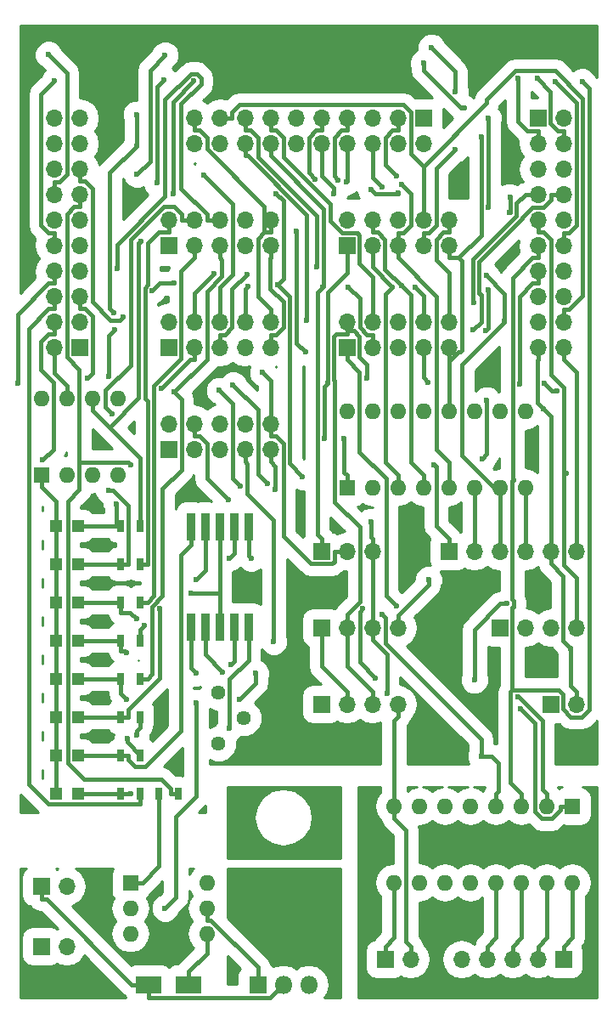
<source format=gbr>
G04 #@! TF.FileFunction,Copper,L1,Top,Signal*
%FSLAX46Y46*%
G04 Gerber Fmt 4.6, Leading zero omitted, Abs format (unit mm)*
G04 Created by KiCad (PCBNEW 4.0.7) date 04/06/18 15:52:26*
%MOMM*%
%LPD*%
G01*
G04 APERTURE LIST*
%ADD10C,0.100000*%
%ADD11R,1.700000X1.700000*%
%ADD12O,1.700000X1.700000*%
%ADD13R,1.600000X1.600000*%
%ADD14O,1.600000X1.600000*%
%ADD15R,0.900000X2.800000*%
%ADD16R,0.700000X1.300000*%
%ADD17R,1.200000X1.200000*%
%ADD18R,1.800000X1.800000*%
%ADD19O,1.800000X1.800000*%
%ADD20R,2.500000X1.800000*%
%ADD21C,1.440000*%
%ADD22C,0.600000*%
%ADD23C,0.400000*%
%ADD24C,0.254000*%
G04 APERTURE END LIST*
D10*
D11*
X179070000Y-58420000D03*
D12*
X181610000Y-58420000D03*
X179070000Y-60960000D03*
X181610000Y-60960000D03*
X179070000Y-63500000D03*
X181610000Y-63500000D03*
X179070000Y-66040000D03*
X181610000Y-66040000D03*
X179070000Y-68580000D03*
X181610000Y-68580000D03*
X179070000Y-71120000D03*
X181610000Y-71120000D03*
X179070000Y-73660000D03*
X181610000Y-73660000D03*
X179070000Y-76200000D03*
X181610000Y-76200000D03*
X179070000Y-78740000D03*
X181610000Y-78740000D03*
X179070000Y-81280000D03*
X181610000Y-81280000D03*
D11*
X133350000Y-81280000D03*
D12*
X130810000Y-81280000D03*
X133350000Y-78740000D03*
X130810000Y-78740000D03*
X133350000Y-76200000D03*
X130810000Y-76200000D03*
X133350000Y-73660000D03*
X130810000Y-73660000D03*
X133350000Y-71120000D03*
X130810000Y-71120000D03*
X133350000Y-68580000D03*
X130810000Y-68580000D03*
X133350000Y-66040000D03*
X130810000Y-66040000D03*
X133350000Y-63500000D03*
X130810000Y-63500000D03*
X133350000Y-60960000D03*
X130810000Y-60960000D03*
X133350000Y-58420000D03*
X130810000Y-58420000D03*
D11*
X142240000Y-71120000D03*
D12*
X142240000Y-68580000D03*
X144780000Y-71120000D03*
X144780000Y-68580000D03*
X147320000Y-71120000D03*
X147320000Y-68580000D03*
X149860000Y-71120000D03*
X149860000Y-68580000D03*
X152400000Y-71120000D03*
X152400000Y-68580000D03*
D11*
X160020000Y-71120000D03*
D12*
X160020000Y-68580000D03*
X162560000Y-71120000D03*
X162560000Y-68580000D03*
X165100000Y-71120000D03*
X165100000Y-68580000D03*
X167640000Y-71120000D03*
X167640000Y-68580000D03*
X170180000Y-71120000D03*
X170180000Y-68580000D03*
D11*
X142240000Y-81280000D03*
D12*
X142240000Y-78740000D03*
X144780000Y-81280000D03*
X144780000Y-78740000D03*
X147320000Y-81280000D03*
X147320000Y-78740000D03*
X149860000Y-81280000D03*
X149860000Y-78740000D03*
X152400000Y-81280000D03*
X152400000Y-78740000D03*
D11*
X160020000Y-81280000D03*
D12*
X160020000Y-78740000D03*
X162560000Y-81280000D03*
X162560000Y-78740000D03*
X165100000Y-81280000D03*
X165100000Y-78740000D03*
X167640000Y-81280000D03*
X167640000Y-78740000D03*
X170180000Y-81280000D03*
X170180000Y-78740000D03*
D11*
X142240000Y-91440000D03*
D12*
X142240000Y-88900000D03*
X144780000Y-91440000D03*
X144780000Y-88900000D03*
X147320000Y-91440000D03*
X147320000Y-88900000D03*
X149860000Y-91440000D03*
X149860000Y-88900000D03*
X152400000Y-91440000D03*
X152400000Y-88900000D03*
D11*
X170180000Y-101600000D03*
D12*
X172720000Y-101600000D03*
X175260000Y-101600000D03*
X177800000Y-101600000D03*
X180340000Y-101600000D03*
X182880000Y-101600000D03*
D11*
X157480000Y-109220000D03*
D12*
X160020000Y-109220000D03*
X162560000Y-109220000D03*
X165100000Y-109220000D03*
D11*
X157480000Y-116840000D03*
D12*
X160020000Y-116840000D03*
X162560000Y-116840000D03*
X165100000Y-116840000D03*
D11*
X181610000Y-142240000D03*
D12*
X179070000Y-142240000D03*
X176530000Y-142240000D03*
X173990000Y-142240000D03*
X171450000Y-142240000D03*
D13*
X182499000Y-127000000D03*
D14*
X164719000Y-134620000D03*
X179959000Y-127000000D03*
X167259000Y-134620000D03*
X177419000Y-127000000D03*
X169799000Y-134620000D03*
X174879000Y-127000000D03*
X172339000Y-134620000D03*
X172339000Y-127000000D03*
X174879000Y-134620000D03*
X169799000Y-127000000D03*
X177419000Y-134620000D03*
X167259000Y-127000000D03*
X179959000Y-134620000D03*
X164719000Y-127000000D03*
X182499000Y-134620000D03*
D11*
X175260000Y-109220000D03*
D12*
X177800000Y-109220000D03*
X180340000Y-109220000D03*
X182880000Y-109220000D03*
D11*
X129540000Y-135001000D03*
D12*
X132080000Y-135001000D03*
D13*
X138430000Y-134620000D03*
D14*
X146050000Y-139700000D03*
X138430000Y-137160000D03*
X146050000Y-137160000D03*
X138430000Y-139700000D03*
X146050000Y-134620000D03*
D11*
X157480000Y-101600000D03*
D12*
X160020000Y-101600000D03*
X162560000Y-101600000D03*
D15*
X144440000Y-109140000D03*
X145880000Y-109140000D03*
X147320000Y-109140000D03*
X148760000Y-109140000D03*
X150200000Y-109140000D03*
X150200000Y-99140000D03*
X148760000Y-99140000D03*
X147320000Y-99140000D03*
X145880000Y-99140000D03*
X144440000Y-99140000D03*
D16*
X137480000Y-99060000D03*
X139380000Y-99060000D03*
X137480000Y-102870000D03*
X139380000Y-102870000D03*
X137480000Y-106680000D03*
X139380000Y-106680000D03*
X137480000Y-110490000D03*
X139380000Y-110490000D03*
X137480000Y-114300000D03*
X139380000Y-114300000D03*
X137480000Y-118110000D03*
X139380000Y-118110000D03*
X137480000Y-121920000D03*
X139380000Y-121920000D03*
X137480000Y-125730000D03*
X139380000Y-125730000D03*
D17*
X133180000Y-99060000D03*
X130980000Y-99060000D03*
X133180000Y-102870000D03*
X130980000Y-102870000D03*
X133180000Y-106680000D03*
X130980000Y-106680000D03*
X133180000Y-110490000D03*
X130980000Y-110490000D03*
X133180000Y-114300000D03*
X130980000Y-114300000D03*
X133180000Y-118110000D03*
X130980000Y-118110000D03*
X133180000Y-121920000D03*
X130980000Y-121920000D03*
X133180000Y-125730000D03*
X130980000Y-125730000D03*
D11*
X129540000Y-140970000D03*
D12*
X132080000Y-140970000D03*
D18*
X151130000Y-144780000D03*
D19*
X153670000Y-144780000D03*
X156210000Y-144780000D03*
D16*
X141290000Y-125730000D03*
X143190000Y-125730000D03*
D20*
X140240000Y-144780000D03*
X144240000Y-144780000D03*
D21*
X147193000Y-115697000D03*
X149733000Y-118237000D03*
X147193000Y-120777000D03*
D13*
X160033000Y-95250000D03*
D14*
X177813000Y-87630000D03*
X162573000Y-95250000D03*
X175273000Y-87630000D03*
X165113000Y-95250000D03*
X172733000Y-87630000D03*
X167653000Y-95250000D03*
X170193000Y-87630000D03*
X170193000Y-95250000D03*
X167653000Y-87630000D03*
X172733000Y-95250000D03*
X165113000Y-87630000D03*
X175273000Y-95250000D03*
X162573000Y-87630000D03*
X177813000Y-95250000D03*
X160033000Y-87630000D03*
D11*
X163830000Y-142240000D03*
D12*
X166370000Y-142240000D03*
D11*
X180340000Y-116840000D03*
D12*
X182880000Y-116840000D03*
D13*
X129540000Y-93980000D03*
D14*
X137160000Y-86360000D03*
X132080000Y-93980000D03*
X134620000Y-86360000D03*
X134620000Y-93980000D03*
X132080000Y-86360000D03*
X137160000Y-93980000D03*
X129540000Y-86360000D03*
D11*
X167640000Y-58420000D03*
D12*
X167640000Y-60960000D03*
X165100000Y-58420000D03*
X165100000Y-60960000D03*
X162560000Y-58420000D03*
X162560000Y-60960000D03*
X160020000Y-58420000D03*
X160020000Y-60960000D03*
X157480000Y-58420000D03*
X157480000Y-60960000D03*
X154940000Y-58420000D03*
X154940000Y-60960000D03*
X152400000Y-58420000D03*
X152400000Y-60960000D03*
X149860000Y-58420000D03*
X149860000Y-60960000D03*
X147320000Y-58420000D03*
X147320000Y-60960000D03*
X144780000Y-58420000D03*
X144780000Y-60960000D03*
D22*
X150923500Y-113760600D03*
X149291500Y-116370500D03*
X144987900Y-116687500D03*
X141890000Y-137175800D03*
X182285900Y-111252700D03*
X164001700Y-115778800D03*
X179583500Y-87418500D03*
X162430000Y-98646000D03*
X152898800Y-95468200D03*
X139026000Y-58088000D03*
X136877700Y-79520600D03*
X136306600Y-84199300D03*
X136781000Y-77855600D03*
X173394000Y-60336600D03*
X139026000Y-61214900D03*
X139441500Y-70713700D03*
X142664600Y-65964800D03*
X144754000Y-54745900D03*
X177116400Y-54483300D03*
X141073800Y-64930100D03*
X141786500Y-54642500D03*
X178985500Y-54483300D03*
X136607600Y-87920400D03*
X139854200Y-108960200D03*
X172651000Y-76787200D03*
X172573900Y-79558200D03*
X148649800Y-85028600D03*
X152057000Y-94894000D03*
X181871800Y-93809500D03*
X175937500Y-106822200D03*
X172745200Y-114440900D03*
X162877500Y-114258400D03*
X161592600Y-107336500D03*
X149355000Y-95157000D03*
X147305800Y-85591800D03*
X176650200Y-94557200D03*
X183502800Y-54826600D03*
X141890000Y-52180300D03*
X139074700Y-64052100D03*
X163514900Y-107868900D03*
X152725200Y-110595000D03*
X180828000Y-54836500D03*
X173394000Y-122006900D03*
X164951400Y-107071900D03*
X177237000Y-84915300D03*
X161993800Y-84391400D03*
X173873200Y-79660500D03*
X174123100Y-75523500D03*
X165452900Y-65063100D03*
X176274700Y-66288400D03*
X176214900Y-67892000D03*
X156973300Y-73273700D03*
X156029000Y-78637800D03*
X175758800Y-78716600D03*
X173901500Y-74122800D03*
X170843600Y-61561700D03*
X168165900Y-104448600D03*
X180956900Y-85622300D03*
X179705000Y-84893200D03*
X151622000Y-83812400D03*
X145743400Y-64128000D03*
X164949900Y-64226400D03*
X150110700Y-75201700D03*
X177054900Y-116155200D03*
X127184500Y-84887500D03*
X163506700Y-65290600D03*
X168444200Y-51406300D03*
X170826900Y-55864600D03*
X141490700Y-85397300D03*
X150033100Y-74024700D03*
X159945000Y-64790600D03*
X159130000Y-64629200D03*
X146789200Y-73916700D03*
X155895900Y-81775100D03*
X155008600Y-69752500D03*
X156875700Y-64571100D03*
X158676000Y-66030500D03*
X153085500Y-75067800D03*
X155598300Y-94165400D03*
X152967800Y-66007400D03*
X157619900Y-75268500D03*
X160177800Y-75334500D03*
X168700000Y-92981700D03*
X173481100Y-92414900D03*
X173959700Y-86524100D03*
X168073000Y-84745400D03*
X142816500Y-85749200D03*
X137081000Y-73408900D03*
X139026000Y-119918900D03*
X129681400Y-92494400D03*
X138092300Y-120286800D03*
X134135800Y-84334300D03*
X142789000Y-74901900D03*
X140565800Y-75651800D03*
X165492000Y-75171200D03*
X164555100Y-75269600D03*
X165166600Y-65946800D03*
X174131600Y-67362700D03*
X174084800Y-58432600D03*
X171700600Y-57453000D03*
X167666000Y-52954300D03*
X130854600Y-54749700D03*
X166802800Y-75278400D03*
X162392000Y-65536400D03*
X138432800Y-92980100D03*
X177331100Y-117318400D03*
X148218300Y-96482200D03*
X130262700Y-52124400D03*
X159710100Y-90345400D03*
X157778000Y-90345400D03*
X158078100Y-84887500D03*
X137728900Y-78247500D03*
X137055300Y-96874900D03*
X148277100Y-102312100D03*
X136249200Y-95512500D03*
X150482000Y-102304200D03*
X139026000Y-108350100D03*
X148418100Y-112883000D03*
X138011900Y-111718600D03*
X147618000Y-113637100D03*
X138011900Y-116342000D03*
X144987900Y-113760600D03*
X141359200Y-107347500D03*
X144994800Y-104407700D03*
X138430000Y-125750100D03*
X148295400Y-119262100D03*
X144468700Y-105764400D03*
D23*
X130810000Y-83889700D02*
X132080000Y-85159700D01*
X130810000Y-81280000D02*
X130810000Y-83889700D01*
X132080000Y-86360000D02*
X132080000Y-85159700D01*
X170193000Y-87630000D02*
X170193000Y-86429700D01*
X150923500Y-114738500D02*
X149291500Y-116370500D01*
X150923500Y-113760600D02*
X150923500Y-114738500D01*
X142966400Y-136099400D02*
X141890000Y-137175800D01*
X142966400Y-128021600D02*
X142966400Y-136099400D01*
X144987900Y-126000100D02*
X142966400Y-128021600D01*
X144987900Y-116687500D02*
X144987900Y-126000100D01*
X180340000Y-101600000D02*
X180340000Y-102850300D01*
X182880000Y-116840000D02*
X182880000Y-115589700D01*
X165919300Y-140539000D02*
X166370000Y-140989700D01*
X165919300Y-129400600D02*
X165919300Y-140539000D01*
X164719000Y-128200300D02*
X165919300Y-129400600D01*
X164719000Y-127000000D02*
X164719000Y-128200300D01*
X166370000Y-142240000D02*
X166370000Y-140989700D01*
X164719000Y-118471300D02*
X164719000Y-127000000D01*
X165100000Y-118090300D02*
X164719000Y-118471300D01*
X165100000Y-116840000D02*
X165100000Y-118090300D01*
X181590300Y-110557100D02*
X182285900Y-111252700D01*
X181590300Y-104100600D02*
X181590300Y-110557100D01*
X180340000Y-102850300D02*
X181590300Y-104100600D01*
X182285900Y-114995600D02*
X182880000Y-115589700D01*
X182285900Y-111252700D02*
X182285900Y-114995600D01*
X162560000Y-109220000D02*
X162560000Y-110470300D01*
X180340000Y-88175000D02*
X180340000Y-101600000D01*
X179583500Y-87418500D02*
X180340000Y-88175000D01*
X162560000Y-109220000D02*
X162560000Y-101600000D01*
X162430000Y-100219700D02*
X162430000Y-98646000D01*
X162560000Y-100349700D02*
X162430000Y-100219700D01*
X162560000Y-101600000D02*
X162560000Y-100349700D01*
X170180000Y-71120000D02*
X170180000Y-72370300D01*
X170193000Y-86429700D02*
X170193000Y-82556800D01*
X170180000Y-82543800D02*
X170193000Y-82556800D01*
X170180000Y-81280000D02*
X170180000Y-82543800D01*
X164001700Y-111912000D02*
X164001700Y-115778800D01*
X162560000Y-110470300D02*
X164001700Y-111912000D01*
X152898800Y-93189100D02*
X152400000Y-92690300D01*
X152898800Y-95468200D02*
X152898800Y-93189100D01*
X152400000Y-91440000D02*
X152400000Y-92690300D01*
X179004700Y-86839700D02*
X179583500Y-87418500D01*
X179004700Y-82595600D02*
X179004700Y-86839700D01*
X179070000Y-82530300D02*
X179004700Y-82595600D01*
X170316900Y-82556800D02*
X170193000Y-82556800D01*
X171130100Y-81743600D02*
X170316900Y-82556800D01*
X171313400Y-81743600D02*
X171130100Y-81743600D01*
X171483600Y-81573400D02*
X171313400Y-81743600D01*
X171483600Y-72719000D02*
X171483600Y-81573400D01*
X171134900Y-72370300D02*
X171483600Y-72719000D01*
X171134900Y-72370300D02*
X170180000Y-72370300D01*
X152400000Y-81280000D02*
X152400000Y-80029700D01*
X136306600Y-80091700D02*
X136877700Y-79520600D01*
X136306600Y-84199300D02*
X136306600Y-80091700D01*
X152918100Y-80029700D02*
X152400000Y-80029700D01*
X153690300Y-79257500D02*
X152918100Y-80029700D01*
X153690300Y-76748700D02*
X153690300Y-79257500D01*
X152385200Y-75443600D02*
X153690300Y-76748700D01*
X152385200Y-72385100D02*
X152385200Y-75443600D01*
X152400000Y-72370300D02*
X152385200Y-72385100D01*
X152400000Y-71120000D02*
X152400000Y-72370300D01*
X179070000Y-81280000D02*
X179070000Y-82530300D01*
X173394000Y-70111200D02*
X173394000Y-60336600D01*
X171134900Y-72370300D02*
X173394000Y-70111200D01*
X144780000Y-58420000D02*
X144780000Y-59670300D01*
X145298100Y-59670300D02*
X144780000Y-59670300D01*
X146050000Y-60422200D02*
X145298100Y-59670300D01*
X146050000Y-61475600D02*
X146050000Y-60422200D01*
X151799600Y-67225200D02*
X146050000Y-61475600D01*
X151799600Y-69830300D02*
X151799600Y-67225200D01*
X151130000Y-70499900D02*
X151799600Y-69830300D01*
X151130000Y-76219700D02*
X151130000Y-70499900D01*
X139026000Y-61214900D02*
X139026000Y-58088000D01*
X136380700Y-63860200D02*
X139026000Y-61214900D01*
X136380700Y-77455300D02*
X136380700Y-63860200D01*
X136781000Y-77855600D02*
X136380700Y-77455300D01*
X151799600Y-69830300D02*
X152400000Y-69830300D01*
X152400000Y-77489700D02*
X151130000Y-76219700D01*
X134620000Y-86360000D02*
X134620000Y-87560300D01*
X139380000Y-92320300D02*
X136331500Y-89271800D01*
X139380000Y-99060000D02*
X139380000Y-92320300D01*
X136331500Y-89271800D02*
X134620000Y-87560300D01*
X142664600Y-56835300D02*
X144754000Y-54745900D01*
X142664600Y-65964800D02*
X142664600Y-56835300D01*
X178002700Y-59709700D02*
X179070000Y-59709700D01*
X177116400Y-58823400D02*
X178002700Y-59709700D01*
X177116400Y-54483300D02*
X177116400Y-58823400D01*
X179070000Y-60960000D02*
X179070000Y-59709700D01*
X139265200Y-70890000D02*
X139441500Y-70713700D01*
X139265200Y-86338100D02*
X139265200Y-70890000D01*
X136331500Y-89271800D02*
X139265200Y-86338100D01*
X139380000Y-102870000D02*
X140130300Y-102870000D01*
X142240000Y-68580000D02*
X142240000Y-69830300D01*
X141073800Y-55355200D02*
X141786500Y-54642500D01*
X141073800Y-64930100D02*
X141073800Y-55355200D01*
X181091900Y-59709700D02*
X181610000Y-59709700D01*
X180320400Y-58938200D02*
X181091900Y-59709700D01*
X180320400Y-55818200D02*
X180320400Y-58938200D01*
X178985500Y-54483300D02*
X180320400Y-55818200D01*
X181610000Y-60960000D02*
X181610000Y-59709700D01*
X140130300Y-86676500D02*
X140130300Y-102870000D01*
X139865500Y-86411700D02*
X140130300Y-86676500D01*
X139865500Y-75361800D02*
X139865500Y-86411700D01*
X140141800Y-75085500D02*
X139865500Y-75361800D01*
X140141800Y-70932400D02*
X140141800Y-75085500D01*
X141243900Y-69830300D02*
X140141800Y-70932400D01*
X142240000Y-69830300D02*
X141243900Y-69830300D01*
X139380000Y-106680000D02*
X140130300Y-106680000D01*
X144780000Y-71120000D02*
X144780000Y-72370300D01*
X140730700Y-106079600D02*
X140130300Y-106680000D01*
X140730700Y-85167000D02*
X140730700Y-106079600D01*
X143490400Y-82407300D02*
X140730700Y-85167000D01*
X143490400Y-73659900D02*
X143490400Y-82407300D01*
X144780000Y-72370300D02*
X143490400Y-73659900D01*
X139854200Y-108965500D02*
X139380000Y-109439700D01*
X139854200Y-108960200D02*
X139854200Y-108965500D01*
X139380000Y-110490000D02*
X139380000Y-109439700D01*
X144780000Y-68580000D02*
X143529700Y-68580000D01*
X143529700Y-68033000D02*
X143529700Y-68580000D01*
X142764800Y-67268100D02*
X143529700Y-68033000D01*
X141738200Y-67268100D02*
X142764800Y-67268100D01*
X138429200Y-70577100D02*
X141738200Y-67268100D01*
X138429200Y-83099700D02*
X138429200Y-70577100D01*
X135959600Y-85569300D02*
X138429200Y-83099700D01*
X135959600Y-87272400D02*
X135959600Y-85569300D01*
X136607600Y-87920400D02*
X135959600Y-87272400D01*
X179070000Y-66040000D02*
X177819700Y-66040000D01*
X176915200Y-66944500D02*
X177819700Y-66040000D01*
X176915200Y-68182100D02*
X176915200Y-66944500D01*
X172597500Y-72499800D02*
X176915200Y-68182100D01*
X172597500Y-76733700D02*
X172597500Y-72499800D01*
X172651000Y-76787200D02*
X172597500Y-76733700D01*
X181610000Y-66040000D02*
X180359700Y-66040000D01*
X180359700Y-66558100D02*
X180359700Y-66040000D01*
X179607800Y-67310000D02*
X180359700Y-66558100D01*
X178548300Y-67310000D02*
X179607800Y-67310000D01*
X177515500Y-68342800D02*
X178548300Y-67310000D01*
X177515500Y-68430700D02*
X177515500Y-68342800D01*
X173201200Y-72745000D02*
X177515500Y-68430700D01*
X173201200Y-75894100D02*
X173201200Y-72745000D01*
X173396700Y-76089600D02*
X173201200Y-75894100D01*
X173396700Y-78735400D02*
X173396700Y-76089600D01*
X172573900Y-79558200D02*
X173396700Y-78735400D01*
X179070000Y-68580000D02*
X179070000Y-69830300D01*
X151130000Y-93967000D02*
X152057000Y-94894000D01*
X151130000Y-87508800D02*
X151130000Y-93967000D01*
X148649800Y-85028600D02*
X151130000Y-87508800D01*
X179588100Y-69830300D02*
X179070000Y-69830300D01*
X180340000Y-70582200D02*
X179588100Y-69830300D01*
X180340000Y-84015000D02*
X180340000Y-70582200D01*
X181657200Y-85332200D02*
X180340000Y-84015000D01*
X181657200Y-93809500D02*
X181657200Y-85332200D01*
X181871800Y-93809500D02*
X181657200Y-93809500D01*
X182880000Y-104255100D02*
X182880000Y-109220000D01*
X181610000Y-102985100D02*
X182880000Y-104255100D01*
X181610000Y-93856700D02*
X181610000Y-102985100D01*
X181657200Y-93809500D02*
X181610000Y-93856700D01*
X172745200Y-109412000D02*
X172745200Y-114440900D01*
X175335000Y-106822200D02*
X172745200Y-109412000D01*
X175937500Y-106822200D02*
X175335000Y-106822200D01*
X161289800Y-107639300D02*
X161592600Y-107336500D01*
X161289800Y-112670700D02*
X161289800Y-107639300D01*
X162877500Y-114258400D02*
X161289800Y-112670700D01*
X148590000Y-86876000D02*
X147305800Y-85591800D01*
X148590000Y-94392000D02*
X148590000Y-86876000D01*
X149355000Y-95157000D02*
X148590000Y-94392000D01*
X177419000Y-127000000D02*
X177419000Y-125799700D01*
X179070000Y-71120000D02*
X179070000Y-72370300D01*
X176583200Y-94557200D02*
X176650200Y-94557200D01*
X176536700Y-94510700D02*
X176583200Y-94557200D01*
X176536700Y-74385500D02*
X176536700Y-94510700D01*
X178551900Y-72370300D02*
X176536700Y-74385500D01*
X179070000Y-72370300D02*
X178551900Y-72370300D01*
X176516300Y-115412100D02*
X181178200Y-115412100D01*
X176316600Y-115611800D02*
X176516300Y-115412100D01*
X176316600Y-124697300D02*
X176316600Y-115611800D01*
X177419000Y-125799700D02*
X176316600Y-124697300D01*
X176516300Y-94624100D02*
X176583200Y-94557200D01*
X176516300Y-106410600D02*
X176516300Y-94624100D01*
X176637800Y-106532100D02*
X176516300Y-106410600D01*
X176637800Y-107112300D02*
X176637800Y-106532100D01*
X176516300Y-107233800D02*
X176637800Y-107112300D01*
X176516300Y-115412100D02*
X176516300Y-107233800D01*
X140373400Y-62753400D02*
X139074700Y-64052100D01*
X140373400Y-53696900D02*
X140373400Y-62753400D01*
X141890000Y-52180300D02*
X140373400Y-53696900D01*
X184161700Y-55485500D02*
X183502800Y-54826600D01*
X184161700Y-117414700D02*
X184161700Y-55485500D01*
X183466900Y-118109500D02*
X184161700Y-117414700D01*
X182361000Y-118109500D02*
X183466900Y-118109500D01*
X181590400Y-117338900D02*
X182361000Y-118109500D01*
X181590400Y-115824300D02*
X181590400Y-117338900D01*
X181178200Y-115412100D02*
X181590400Y-115824300D01*
X174879000Y-127000000D02*
X174879000Y-125799700D01*
X182128100Y-69869700D02*
X181610000Y-69869700D01*
X182899600Y-69098200D02*
X182128100Y-69869700D01*
X182899600Y-56908100D02*
X182899600Y-69098200D01*
X180828000Y-54836500D02*
X182899600Y-56908100D01*
X181610000Y-71120000D02*
X181610000Y-69869700D01*
X173394000Y-120321000D02*
X173394000Y-122006900D01*
X163849600Y-110776600D02*
X173394000Y-120321000D01*
X163849600Y-108203600D02*
X163849600Y-110776600D01*
X163514900Y-107868900D02*
X163849600Y-108203600D01*
X175166300Y-125512400D02*
X174879000Y-125799700D01*
X175166300Y-122725500D02*
X175166300Y-125512400D01*
X174447700Y-122006900D02*
X175166300Y-122725500D01*
X173394000Y-122006900D02*
X174447700Y-122006900D01*
X149860000Y-91440000D02*
X149860000Y-92690300D01*
X150055300Y-92885600D02*
X149860000Y-92690300D01*
X150055300Y-95837700D02*
X150055300Y-92885600D01*
X152725200Y-98507600D02*
X150055300Y-95837700D01*
X152725200Y-110595000D02*
X152725200Y-98507600D01*
X160020000Y-116840000D02*
X160020000Y-115589700D01*
X157480000Y-113049700D02*
X157480000Y-109220000D01*
X160020000Y-115589700D02*
X157480000Y-113049700D01*
X161270300Y-83780600D02*
X160020000Y-82530300D01*
X161270300Y-91734200D02*
X161270300Y-83780600D01*
X163912600Y-94376500D02*
X161270300Y-91734200D01*
X163912600Y-106033100D02*
X163912600Y-94376500D01*
X164951400Y-107071900D02*
X163912600Y-106033100D01*
X160020000Y-81280000D02*
X160020000Y-82530300D01*
X177237000Y-76196300D02*
X177237000Y-84915300D01*
X178523000Y-74910300D02*
X177237000Y-76196300D01*
X179070000Y-74910300D02*
X178523000Y-74910300D01*
X179070000Y-73660000D02*
X179070000Y-74910300D01*
X162560000Y-116840000D02*
X162560000Y-115589700D01*
X160020000Y-113049700D02*
X160020000Y-109220000D01*
X162560000Y-115589700D02*
X160020000Y-113049700D01*
X160020000Y-109220000D02*
X160020000Y-107969700D01*
X160020000Y-79338100D02*
X160020000Y-78740000D01*
X160020000Y-79338100D02*
X160020000Y-79664200D01*
X160020000Y-79664200D02*
X160020000Y-79990300D01*
X161993800Y-82991800D02*
X161993800Y-84391400D01*
X161270400Y-82268400D02*
X161993800Y-82991800D01*
X161270400Y-80208200D02*
X161270400Y-82268400D01*
X160726400Y-79664200D02*
X161270400Y-80208200D01*
X160020000Y-79664200D02*
X160726400Y-79664200D01*
X174123100Y-79410600D02*
X174123100Y-75523500D01*
X173873200Y-79660500D02*
X174123100Y-79410600D01*
X160020000Y-107918800D02*
X160020000Y-107969700D01*
X161290000Y-106648800D02*
X160020000Y-107918800D01*
X161290000Y-99219400D02*
X161290000Y-106648800D01*
X158778400Y-96707800D02*
X161290000Y-99219400D01*
X158778400Y-84597400D02*
X158778400Y-96707800D01*
X158714200Y-84533200D02*
X158778400Y-84597400D01*
X158714200Y-80257900D02*
X158714200Y-84533200D01*
X158981800Y-79990300D02*
X158714200Y-80257900D01*
X160020000Y-79990300D02*
X158981800Y-79990300D01*
X176274700Y-67832200D02*
X176214900Y-67892000D01*
X176274700Y-66288400D02*
X176274700Y-67832200D01*
X166370000Y-65980200D02*
X165452900Y-65063100D01*
X166370000Y-69146700D02*
X166370000Y-65980200D01*
X165647000Y-69869700D02*
X166370000Y-69146700D01*
X165100000Y-69869700D02*
X165647000Y-69869700D01*
X165100000Y-71595000D02*
X165100000Y-72370300D01*
X168929700Y-76200000D02*
X165100000Y-72370300D01*
X168929700Y-91446700D02*
X168929700Y-76200000D01*
X170193000Y-92710000D02*
X168929700Y-91446700D01*
X170193000Y-95250000D02*
X170193000Y-92710000D01*
X165100000Y-71595000D02*
X165100000Y-71120000D01*
X165100000Y-71120000D02*
X165100000Y-69869700D01*
X172720000Y-96463300D02*
X172720000Y-101600000D01*
X172733000Y-96450300D02*
X172720000Y-96463300D01*
X172733000Y-95850100D02*
X172733000Y-96450300D01*
X172733000Y-95850100D02*
X172733000Y-95250000D01*
X149860000Y-60960000D02*
X149860000Y-62210300D01*
X150161100Y-62210300D02*
X149860000Y-62210300D01*
X156029000Y-68078200D02*
X150161100Y-62210300D01*
X156029000Y-78637800D02*
X156029000Y-68078200D01*
X156973300Y-73273700D02*
X156973300Y-68173600D01*
X175260000Y-96463300D02*
X175260000Y-101600000D01*
X175273000Y-96450300D02*
X175260000Y-96463300D01*
X175273000Y-95250000D02*
X175273000Y-95850100D01*
X175273000Y-95850100D02*
X175273000Y-96450300D01*
X167640000Y-71120000D02*
X167640000Y-69869700D01*
X175758800Y-78765300D02*
X175758800Y-78716600D01*
X171507500Y-83016600D02*
X175758800Y-78765300D01*
X171507500Y-92084600D02*
X171507500Y-83016600D01*
X175273000Y-95850100D02*
X171507500Y-92084600D01*
X175758800Y-75980100D02*
X173901500Y-74122800D01*
X175758800Y-78716600D02*
X175758800Y-75980100D01*
X168929600Y-69098200D02*
X168929600Y-63475700D01*
X168158100Y-69869700D02*
X168929600Y-69098200D01*
X167640000Y-69869700D02*
X168158100Y-69869700D01*
X147320000Y-58420000D02*
X148570300Y-58420000D01*
X148570300Y-57901900D02*
X148570300Y-58420000D01*
X149337500Y-57134700D02*
X148570300Y-57901900D01*
X165626100Y-57134700D02*
X149337500Y-57134700D01*
X166370000Y-57878600D02*
X165626100Y-57134700D01*
X166370000Y-62002900D02*
X166370000Y-57878600D01*
X168929600Y-63475700D02*
X170843600Y-61561700D01*
X167640000Y-63272900D02*
X166370000Y-62002900D01*
X167640000Y-67329700D02*
X167640000Y-63272900D01*
X173946700Y-56966200D02*
X167640000Y-63272900D01*
X173946700Y-56623500D02*
X173946700Y-56966200D01*
X176832400Y-53737800D02*
X173946700Y-56623500D01*
X180768100Y-53737800D02*
X176832400Y-53737800D01*
X183504800Y-56474500D02*
X180768100Y-53737800D01*
X183504800Y-76141900D02*
X183504800Y-56474500D01*
X182157000Y-77489700D02*
X183504800Y-76141900D01*
X181610000Y-77489700D02*
X182157000Y-77489700D01*
X177800000Y-96463300D02*
X177800000Y-101600000D01*
X177813000Y-96450300D02*
X177800000Y-96463300D01*
X177813000Y-95250000D02*
X177813000Y-96450300D01*
X167640000Y-68580000D02*
X167640000Y-67329700D01*
X181610000Y-78740000D02*
X181610000Y-77489700D01*
X160020000Y-101600000D02*
X158769700Y-101600000D01*
X182880000Y-83800300D02*
X181610000Y-82530300D01*
X182880000Y-101600000D02*
X182880000Y-83800300D01*
X181610000Y-81280000D02*
X181610000Y-82530300D01*
X152400000Y-89498100D02*
X152400000Y-90150300D01*
X170180000Y-68580000D02*
X170180000Y-69830300D01*
X152400000Y-78740000D02*
X152400000Y-77489700D01*
X152400000Y-68580000D02*
X152400000Y-69830300D01*
X168165900Y-104903800D02*
X168165900Y-104448600D01*
X165100000Y-107969700D02*
X168165900Y-104903800D01*
X165100000Y-109220000D02*
X165100000Y-107969700D01*
X180434100Y-85622300D02*
X180956900Y-85622300D01*
X179705000Y-84893200D02*
X180434100Y-85622300D01*
X152400000Y-89498100D02*
X152400000Y-88900000D01*
X152400000Y-84590400D02*
X151622000Y-83812400D01*
X152400000Y-88900000D02*
X152400000Y-84590400D01*
X158769700Y-102615900D02*
X158769700Y-101600000D01*
X158535200Y-102850400D02*
X158769700Y-102615900D01*
X156385900Y-102850400D02*
X158535200Y-102850400D01*
X153689500Y-100154000D02*
X156385900Y-102850400D01*
X153689500Y-90921700D02*
X153689500Y-100154000D01*
X152918100Y-90150300D02*
X153689500Y-90921700D01*
X152400000Y-90150300D02*
X152918100Y-90150300D01*
X169661900Y-69830300D02*
X170180000Y-69830300D01*
X168910000Y-70582200D02*
X169661900Y-69830300D01*
X168910000Y-72633100D02*
X168910000Y-70582200D01*
X170180000Y-73903100D02*
X168910000Y-72633100D01*
X170180000Y-78740000D02*
X170180000Y-73903100D01*
X145743400Y-64128000D02*
X148590000Y-66974600D01*
X147320000Y-75281000D02*
X147320000Y-78740000D01*
X148590000Y-74011000D02*
X147320000Y-75281000D01*
X148590000Y-66974600D02*
X148590000Y-74011000D01*
X163830000Y-60393300D02*
X163830000Y-63106500D01*
X164553000Y-59670300D02*
X163830000Y-60393300D01*
X165100000Y-59670300D02*
X164553000Y-59670300D01*
X165100000Y-58420000D02*
X165100000Y-59670300D01*
X163830000Y-63106500D02*
X164949900Y-64226400D01*
X149860000Y-75452400D02*
X149860000Y-78740000D01*
X150110700Y-75201700D02*
X149860000Y-75452400D01*
X130291900Y-74910300D02*
X130810000Y-74910300D01*
X127184500Y-78017700D02*
X130291900Y-74910300D01*
X127184500Y-84887500D02*
X127184500Y-78017700D01*
X130810000Y-73660000D02*
X130810000Y-74910300D01*
X179491600Y-125332300D02*
X179959000Y-125799700D01*
X179491600Y-118462300D02*
X179491600Y-125332300D01*
X177184500Y-116155200D02*
X179491600Y-118462300D01*
X177054900Y-116155200D02*
X177184500Y-116155200D01*
X179959000Y-127000000D02*
X179959000Y-125799700D01*
X163506700Y-65290600D02*
X162560000Y-64343900D01*
X170826900Y-53789000D02*
X170826900Y-55864600D01*
X168444200Y-51406300D02*
X170826900Y-53789000D01*
X162560000Y-64343900D02*
X162560000Y-62210300D01*
X162560000Y-60960000D02*
X162560000Y-62210300D01*
X144357700Y-82530300D02*
X141490700Y-85397300D01*
X144780000Y-82530300D02*
X144357700Y-82530300D01*
X144780000Y-81280000D02*
X144780000Y-82530300D01*
X147867100Y-80029700D02*
X148570300Y-79326500D01*
X147320000Y-80029700D02*
X147867100Y-80029700D01*
X147320000Y-81280000D02*
X147320000Y-80029700D01*
X159473000Y-59670300D02*
X158750000Y-60393300D01*
X160020000Y-59670300D02*
X159473000Y-59670300D01*
X160020000Y-58420000D02*
X160020000Y-59670300D01*
X148570300Y-75487500D02*
X150033100Y-74024700D01*
X148570300Y-79326500D02*
X148570300Y-75487500D01*
X158750000Y-64249200D02*
X159130000Y-64629200D01*
X158750000Y-60393300D02*
X158750000Y-64249200D01*
X160020000Y-64715600D02*
X159945000Y-64790600D01*
X160020000Y-60960000D02*
X160020000Y-64715600D01*
X144780000Y-75925900D02*
X146789200Y-73916700D01*
X144780000Y-78740000D02*
X144780000Y-75925900D01*
X155008600Y-80887800D02*
X155008600Y-69752500D01*
X155895900Y-81775100D02*
X155008600Y-80887800D01*
X156210000Y-63905400D02*
X156875700Y-64571100D01*
X156210000Y-60393300D02*
X156210000Y-63905400D01*
X156933000Y-59670300D02*
X156210000Y-60393300D01*
X157480000Y-59670300D02*
X156933000Y-59670300D01*
X157480000Y-58420000D02*
X157480000Y-59670300D01*
X157480000Y-64185000D02*
X157480000Y-60960000D01*
X158676000Y-65381000D02*
X157480000Y-64185000D01*
X158676000Y-66030500D02*
X158676000Y-65381000D01*
X153665500Y-66705100D02*
X152967800Y-66007400D01*
X153665500Y-74487800D02*
X153665500Y-66705100D01*
X153085500Y-75067800D02*
X153665500Y-74487800D01*
X154290700Y-76273000D02*
X153085500Y-75067800D01*
X154290700Y-92857800D02*
X154290700Y-76273000D01*
X155598300Y-94165400D02*
X154290700Y-92857800D01*
X157480000Y-101600000D02*
X157480000Y-100349700D01*
X162560000Y-81280000D02*
X162560000Y-80029700D01*
X162041900Y-80029700D02*
X162560000Y-80029700D01*
X161290000Y-79277800D02*
X162041900Y-80029700D01*
X161290000Y-76446700D02*
X161290000Y-79277800D01*
X160177800Y-75334500D02*
X161290000Y-76446700D01*
X157077700Y-99947400D02*
X157480000Y-100349700D01*
X157077700Y-75810700D02*
X157077700Y-99947400D01*
X157619900Y-75268500D02*
X157077700Y-75810700D01*
X157673600Y-75214800D02*
X157673600Y-67483900D01*
X157619900Y-75268500D02*
X157673600Y-75214800D01*
X152400000Y-58420000D02*
X152400000Y-59670300D01*
X152400000Y-59670300D02*
X152918100Y-59670300D01*
X157673600Y-67483900D02*
X152400000Y-62210300D01*
X152918100Y-59670300D02*
X153670000Y-60422200D01*
X152400000Y-60960000D02*
X152400000Y-62210300D01*
X162560000Y-74259500D02*
X162560000Y-78740000D01*
X161270300Y-72969800D02*
X162560000Y-74259500D01*
X161270300Y-70104200D02*
X161270300Y-72969800D01*
X161035700Y-69869600D02*
X161270300Y-70104200D01*
X159519600Y-69869600D02*
X161035700Y-69869600D01*
X158341200Y-68691200D02*
X159519600Y-69869600D01*
X158341200Y-67026900D02*
X158341200Y-68691200D01*
X153670000Y-62355700D02*
X158341200Y-67026900D01*
X153670000Y-60422200D02*
X153670000Y-62355700D01*
X149860000Y-58420000D02*
X149860000Y-59670300D01*
X150378100Y-59670300D02*
X149860000Y-59670300D01*
X151130000Y-60422200D02*
X150378100Y-59670300D01*
X151130000Y-62330300D02*
X151130000Y-60422200D01*
X156973300Y-68173600D02*
X151130000Y-62330300D01*
X168929700Y-93211400D02*
X168700000Y-92981700D01*
X168929700Y-99099400D02*
X168929700Y-93211400D01*
X170180000Y-100349700D02*
X168929700Y-99099400D01*
X173959700Y-91936300D02*
X173959700Y-86524100D01*
X173481100Y-92414900D02*
X173959700Y-91936300D01*
X167640000Y-84312400D02*
X167640000Y-81280000D01*
X168073000Y-84745400D02*
X167640000Y-84312400D01*
X170180000Y-101600000D02*
X170180000Y-100349700D01*
X139380000Y-114300000D02*
X140130300Y-114300000D01*
X147320000Y-71120000D02*
X147320000Y-72370300D01*
X143510000Y-86442700D02*
X142816500Y-85749200D01*
X143510000Y-93484900D02*
X143510000Y-86442700D01*
X141590200Y-95404700D02*
X143510000Y-93484900D01*
X141590200Y-106069200D02*
X141590200Y-95404700D01*
X140561500Y-107097900D02*
X141590200Y-106069200D01*
X140561500Y-113868800D02*
X140561500Y-107097900D01*
X140130300Y-114300000D02*
X140561500Y-113868800D01*
X146050000Y-82515700D02*
X142816500Y-85749200D01*
X146050000Y-75701900D02*
X146050000Y-82515700D01*
X147517300Y-74234600D02*
X146050000Y-75701900D01*
X147517300Y-72567600D02*
X147517300Y-74234600D01*
X147320000Y-72370300D02*
X147517300Y-72567600D01*
X147320000Y-68580000D02*
X146069700Y-68580000D01*
X139026000Y-119514300D02*
X139026000Y-119918900D01*
X139380000Y-119160300D02*
X139026000Y-119514300D01*
X130291900Y-79990300D02*
X130810000Y-79990300D01*
X129520400Y-80761800D02*
X130291900Y-79990300D01*
X129520400Y-83527500D02*
X129520400Y-80761800D01*
X130740500Y-84747600D02*
X129520400Y-83527500D01*
X130740500Y-91435300D02*
X130740500Y-84747600D01*
X129681400Y-92494400D02*
X130740500Y-91435300D01*
X130810000Y-78740000D02*
X130810000Y-79990300D01*
X139380000Y-118110000D02*
X139380000Y-119160300D01*
X137081000Y-71063500D02*
X137081000Y-73408900D01*
X141889500Y-66255000D02*
X137081000Y-71063500D01*
X141889500Y-56620100D02*
X141889500Y-66255000D01*
X144464000Y-54045600D02*
X141889500Y-56620100D01*
X145044100Y-54045600D02*
X144464000Y-54045600D01*
X145454300Y-54455800D02*
X145044100Y-54045600D01*
X145454300Y-55036000D02*
X145454300Y-54455800D01*
X143495500Y-56994800D02*
X145454300Y-55036000D01*
X143495500Y-65458900D02*
X143495500Y-56994800D01*
X146069700Y-68033100D02*
X143495500Y-65458900D01*
X146069700Y-68580000D02*
X146069700Y-68033100D01*
X138092300Y-120632300D02*
X138092300Y-120286800D01*
X139380000Y-121920000D02*
X138092300Y-120632300D01*
X133857700Y-77450300D02*
X133350000Y-77450300D01*
X134626600Y-78219200D02*
X133857700Y-77450300D01*
X134626600Y-83843500D02*
X134626600Y-78219200D01*
X134135800Y-84334300D02*
X134626600Y-83843500D01*
X133350000Y-76200000D02*
X133350000Y-77450300D01*
X141315700Y-74901900D02*
X140565800Y-75651800D01*
X142789000Y-74901900D02*
X141315700Y-74901900D01*
X139380000Y-125730000D02*
X139380000Y-126780300D01*
X130810000Y-76200000D02*
X130810000Y-77450300D01*
X130291900Y-77450300D02*
X130810000Y-77450300D01*
X128321000Y-79421200D02*
X130291900Y-77450300D01*
X128321000Y-124867000D02*
X128321000Y-79421200D01*
X130234300Y-126780300D02*
X128321000Y-124867000D01*
X139380000Y-126780300D02*
X130234300Y-126780300D01*
X162560000Y-69178100D02*
X162560000Y-69830300D01*
X162560000Y-69178100D02*
X162560000Y-68580000D01*
X167653000Y-94649800D02*
X167653000Y-94049700D01*
X167653000Y-94649800D02*
X167653000Y-95250000D01*
X166382900Y-92779600D02*
X167653000Y-94049700D01*
X166382900Y-76062100D02*
X166382900Y-92779600D01*
X165492000Y-75171200D02*
X166382900Y-76062100D01*
X163810300Y-73489500D02*
X165492000Y-75171200D01*
X163810300Y-70533500D02*
X163810300Y-73489500D01*
X163107100Y-69830300D02*
X163810300Y-70533500D01*
X162560000Y-69830300D02*
X163107100Y-69830300D01*
X165113000Y-95250000D02*
X165113000Y-94049700D01*
X162560000Y-71120000D02*
X162560000Y-72370300D01*
X163830000Y-75994700D02*
X164555100Y-75269600D01*
X163830000Y-92766700D02*
X163830000Y-75994700D01*
X165113000Y-94049700D02*
X163830000Y-92766700D01*
X162560000Y-73274500D02*
X164555100Y-75269600D01*
X162560000Y-72370300D02*
X162560000Y-73274500D01*
X165122400Y-65991000D02*
X165166600Y-65946800D01*
X162846600Y-65991000D02*
X165122400Y-65991000D01*
X162392000Y-65536400D02*
X162846600Y-65991000D01*
X174131600Y-58479400D02*
X174084800Y-58432600D01*
X174131600Y-67362700D02*
X174131600Y-58479400D01*
X171425000Y-57453000D02*
X171700600Y-57453000D01*
X167666000Y-53694000D02*
X171425000Y-57453000D01*
X167666000Y-52954300D02*
X167666000Y-53694000D01*
X167640000Y-76115600D02*
X166802800Y-75278400D01*
X167640000Y-78740000D02*
X167640000Y-76115600D01*
X130291900Y-69869700D02*
X130810000Y-69869700D01*
X129520400Y-69098200D02*
X130291900Y-69869700D01*
X129520400Y-56083900D02*
X129520400Y-69098200D01*
X130854600Y-54749700D02*
X129520400Y-56083900D01*
X130810000Y-71120000D02*
X130810000Y-69869700D01*
X133350000Y-66040000D02*
X133350000Y-67290300D01*
X143190000Y-125730000D02*
X142439700Y-125730000D01*
X138183100Y-92730400D02*
X138432800Y-92980100D01*
X133341500Y-92730400D02*
X138183100Y-92730400D01*
X133341500Y-83544800D02*
X133341500Y-92730400D01*
X132080000Y-82283300D02*
X133341500Y-83544800D01*
X132080000Y-68042200D02*
X132080000Y-82283300D01*
X132831900Y-67290300D02*
X132080000Y-68042200D01*
X133350000Y-67290300D02*
X132831900Y-67290300D01*
X142439700Y-125261100D02*
X142439700Y-125730000D01*
X141547200Y-124368600D02*
X142439700Y-125261100D01*
X133839000Y-124368600D02*
X141547200Y-124368600D01*
X132170200Y-122699800D02*
X133839000Y-124368600D01*
X132170200Y-96626000D02*
X132170200Y-122699800D01*
X133341500Y-95454700D02*
X132170200Y-96626000D01*
X133341500Y-92730400D02*
X133341500Y-95454700D01*
X178758600Y-118745900D02*
X177331100Y-117318400D01*
X178758600Y-127532900D02*
X178758600Y-118745900D01*
X179458200Y-128232500D02*
X178758600Y-127532900D01*
X180441300Y-128232500D02*
X179458200Y-128232500D01*
X181298700Y-127375100D02*
X180441300Y-128232500D01*
X181298700Y-127000000D02*
X181298700Y-127375100D01*
X144780000Y-88900000D02*
X144780000Y-90150300D01*
X182499000Y-127000000D02*
X181298700Y-127000000D01*
X146050000Y-94313900D02*
X148218300Y-96482200D01*
X146050000Y-90902200D02*
X146050000Y-94313900D01*
X145298100Y-90150300D02*
X146050000Y-90902200D01*
X144780000Y-90150300D02*
X145298100Y-90150300D01*
X131328100Y-64789700D02*
X130810000Y-64789700D01*
X132080000Y-64037800D02*
X131328100Y-64789700D01*
X132080000Y-53941700D02*
X132080000Y-64037800D01*
X130262700Y-52124400D02*
X132080000Y-53941700D01*
X130810000Y-66040000D02*
X130810000Y-64789700D01*
X159710100Y-93726800D02*
X159710100Y-90345400D01*
X160033000Y-94049700D02*
X159710100Y-93726800D01*
X160033000Y-95250000D02*
X160033000Y-94049700D01*
X160020000Y-71120000D02*
X160020000Y-72370300D01*
X133868100Y-64750300D02*
X133350000Y-64750300D01*
X134639600Y-65521800D02*
X133868100Y-64750300D01*
X134639600Y-76771100D02*
X134639600Y-65521800D01*
X136445000Y-78576500D02*
X134639600Y-76771100D01*
X137399900Y-78576500D02*
X136445000Y-78576500D01*
X137728900Y-78247500D02*
X137399900Y-78576500D01*
X133350000Y-63500000D02*
X133350000Y-64750300D01*
X157778000Y-85187600D02*
X157778000Y-90345400D01*
X158078100Y-84887500D02*
X157778000Y-85187600D01*
X158078100Y-75800700D02*
X158078100Y-84887500D01*
X160020000Y-73858800D02*
X158078100Y-75800700D01*
X160020000Y-72370300D02*
X160020000Y-73858800D01*
X182499000Y-140100700D02*
X181610000Y-140989700D01*
X182499000Y-134620000D02*
X182499000Y-140100700D01*
X181610000Y-142240000D02*
X181610000Y-140989700D01*
X179959000Y-140100700D02*
X179070000Y-140989700D01*
X179959000Y-134620000D02*
X179959000Y-140100700D01*
X179070000Y-142240000D02*
X179070000Y-140989700D01*
X177419000Y-140100700D02*
X176530000Y-140989700D01*
X177419000Y-134620000D02*
X177419000Y-140100700D01*
X176530000Y-142240000D02*
X176530000Y-140989700D01*
X174879000Y-140100700D02*
X173990000Y-140989700D01*
X174879000Y-134620000D02*
X174879000Y-140100700D01*
X173990000Y-142240000D02*
X173990000Y-140989700D01*
X148760000Y-101829200D02*
X148760000Y-99140000D01*
X148277100Y-102312100D02*
X148760000Y-101829200D01*
X137055300Y-99060000D02*
X137055300Y-96874900D01*
X133180000Y-99060000D02*
X137055300Y-99060000D01*
X137055300Y-99060000D02*
X137480000Y-99060000D01*
X150200000Y-102022200D02*
X150200000Y-99140000D01*
X150482000Y-102304200D02*
X150200000Y-102022200D01*
X133180000Y-102870000D02*
X137480000Y-102870000D01*
X137480000Y-102870000D02*
X138230300Y-102870000D01*
X136683300Y-95512500D02*
X136249200Y-95512500D01*
X138230300Y-97059500D02*
X136683300Y-95512500D01*
X138230300Y-102870000D02*
X138230300Y-97059500D01*
X133180000Y-106680000D02*
X137480000Y-106680000D01*
X148760000Y-112541100D02*
X148760000Y-109140000D01*
X148418100Y-112883000D02*
X148760000Y-112541100D01*
X138406200Y-107730300D02*
X139026000Y-108350100D01*
X137480000Y-107730300D02*
X138406200Y-107730300D01*
X137480000Y-106680000D02*
X137480000Y-107730300D01*
X145880000Y-111899100D02*
X145880000Y-109140000D01*
X147618000Y-113637100D02*
X145880000Y-111899100D01*
X133180000Y-110490000D02*
X137480000Y-110490000D01*
X137833600Y-111540300D02*
X138011900Y-111718600D01*
X137480000Y-111540300D02*
X137833600Y-111540300D01*
X137480000Y-110490000D02*
X137480000Y-111540300D01*
X144440000Y-113212700D02*
X144440000Y-109140000D01*
X144987900Y-113760600D02*
X144440000Y-113212700D01*
X133180000Y-114300000D02*
X137480000Y-114300000D01*
X137480000Y-115810100D02*
X138011900Y-116342000D01*
X137480000Y-114300000D02*
X137480000Y-115810100D01*
X133180000Y-118110000D02*
X137480000Y-118110000D01*
X141359200Y-114230800D02*
X141359200Y-107347500D01*
X138230300Y-117359700D02*
X141359200Y-114230800D01*
X138230300Y-118110000D02*
X138230300Y-117359700D01*
X145880000Y-103522500D02*
X145880000Y-99140000D01*
X144994800Y-104407700D02*
X145880000Y-103522500D01*
X137480000Y-118110000D02*
X138230300Y-118110000D01*
X133180000Y-121920000D02*
X137480000Y-121920000D01*
X137480000Y-121920000D02*
X138230300Y-121920000D01*
X144440000Y-99140000D02*
X144440000Y-100940300D01*
X138230300Y-122388900D02*
X138230300Y-121920000D01*
X138874000Y-123032600D02*
X138230300Y-122388900D01*
X139919200Y-123032600D02*
X138874000Y-123032600D01*
X143438100Y-119513700D02*
X139919200Y-123032600D01*
X143438100Y-101942200D02*
X143438100Y-119513700D01*
X144440000Y-100940300D02*
X143438100Y-101942200D01*
X130061000Y-136251300D02*
X129540000Y-136251300D01*
X138589700Y-144780000D02*
X130061000Y-136251300D01*
X140240000Y-144780000D02*
X138589700Y-144780000D01*
X129540000Y-135001000D02*
X129540000Y-136251300D01*
X152369700Y-146080300D02*
X140240000Y-146080300D01*
X153670000Y-144780000D02*
X152369700Y-146080300D01*
X140240000Y-144780000D02*
X140240000Y-146080300D01*
X146050000Y-141669700D02*
X146050000Y-139700000D01*
X144240000Y-143479700D02*
X146050000Y-141669700D01*
X144240000Y-144780000D02*
X144240000Y-143479700D01*
X146423000Y-138360300D02*
X146050000Y-138360300D01*
X151130000Y-143067300D02*
X146423000Y-138360300D01*
X151130000Y-144780000D02*
X151130000Y-143067300D01*
X146050000Y-137160000D02*
X146050000Y-138360300D01*
X130980000Y-99060000D02*
X130980000Y-98059700D01*
X130980000Y-125730000D02*
X130980000Y-121920000D01*
X130980000Y-121920000D02*
X130980000Y-118110000D01*
X130980000Y-118110000D02*
X130980000Y-114300000D01*
X130980000Y-114300000D02*
X130980000Y-110490000D01*
X130980000Y-110490000D02*
X130980000Y-106680000D01*
X130980000Y-106680000D02*
X130980000Y-102870000D01*
X130980000Y-102870000D02*
X130980000Y-99060000D01*
X130980000Y-96620300D02*
X129540000Y-95180300D01*
X130980000Y-98059700D02*
X130980000Y-96620300D01*
X129540000Y-93980000D02*
X129540000Y-95180300D01*
X133180000Y-125730000D02*
X137480000Y-125730000D01*
X138409900Y-125730000D02*
X138430000Y-125750100D01*
X137480000Y-125730000D02*
X138409900Y-125730000D01*
X150200000Y-112470600D02*
X150200000Y-109140000D01*
X148313400Y-114357200D02*
X150200000Y-112470600D01*
X148313400Y-119244100D02*
X148313400Y-114357200D01*
X148295400Y-119262100D02*
X148313400Y-119244100D01*
X141290000Y-132960300D02*
X139630300Y-134620000D01*
X141290000Y-125730000D02*
X141290000Y-132960300D01*
X138430000Y-134620000D02*
X139630300Y-134620000D01*
X164719000Y-140100700D02*
X164719000Y-134620000D01*
X163830000Y-140989700D02*
X164719000Y-140100700D01*
X163830000Y-142240000D02*
X163830000Y-140989700D01*
X147320000Y-105764400D02*
X144468700Y-105764400D01*
X147320000Y-99140000D02*
X147320000Y-105764400D01*
X147320000Y-105764400D02*
X147320000Y-109140000D01*
D24*
G36*
X127888781Y-133327331D02*
X127631452Y-133703944D01*
X127540921Y-134151000D01*
X127540921Y-135851000D01*
X127619506Y-136268641D01*
X127866331Y-136652219D01*
X128242944Y-136909548D01*
X128441373Y-136949731D01*
X128601669Y-137189631D01*
X129032179Y-137477288D01*
X129504221Y-137571183D01*
X131152207Y-139219169D01*
X131109574Y-139247656D01*
X130837056Y-139061452D01*
X130390000Y-138970921D01*
X128690000Y-138970921D01*
X128272359Y-139049506D01*
X127888781Y-139296331D01*
X127631452Y-139672944D01*
X127540921Y-140120000D01*
X127540921Y-141820000D01*
X127619506Y-142237641D01*
X127866331Y-142621219D01*
X128242944Y-142878548D01*
X128690000Y-142969079D01*
X130390000Y-142969079D01*
X130807641Y-142890494D01*
X131112518Y-142694312D01*
X131323435Y-142835242D01*
X132080000Y-142985732D01*
X132836565Y-142835242D01*
X133477950Y-142406682D01*
X133823127Y-141890089D01*
X137651369Y-145718331D01*
X137876430Y-145868711D01*
X137919506Y-146097641D01*
X137932607Y-146118000D01*
X127440000Y-146118000D01*
X127440000Y-133223000D01*
X128050916Y-133223000D01*
X127888781Y-133327331D01*
X127888781Y-133327331D01*
G37*
X127888781Y-133327331D02*
X127631452Y-133703944D01*
X127540921Y-134151000D01*
X127540921Y-135851000D01*
X127619506Y-136268641D01*
X127866331Y-136652219D01*
X128242944Y-136909548D01*
X128441373Y-136949731D01*
X128601669Y-137189631D01*
X129032179Y-137477288D01*
X129504221Y-137571183D01*
X131152207Y-139219169D01*
X131109574Y-139247656D01*
X130837056Y-139061452D01*
X130390000Y-138970921D01*
X128690000Y-138970921D01*
X128272359Y-139049506D01*
X127888781Y-139296331D01*
X127631452Y-139672944D01*
X127540921Y-140120000D01*
X127540921Y-141820000D01*
X127619506Y-142237641D01*
X127866331Y-142621219D01*
X128242944Y-142878548D01*
X128690000Y-142969079D01*
X130390000Y-142969079D01*
X130807641Y-142890494D01*
X131112518Y-142694312D01*
X131323435Y-142835242D01*
X132080000Y-142985732D01*
X132836565Y-142835242D01*
X133477950Y-142406682D01*
X133823127Y-141890089D01*
X137651369Y-145718331D01*
X137876430Y-145868711D01*
X137919506Y-146097641D01*
X137932607Y-146118000D01*
X127440000Y-146118000D01*
X127440000Y-133223000D01*
X128050916Y-133223000D01*
X127888781Y-133327331D01*
G36*
X136571452Y-133372944D02*
X136480921Y-133820000D01*
X136480921Y-135420000D01*
X136559506Y-135837641D01*
X136776964Y-136175581D01*
X136611932Y-136422569D01*
X136465248Y-137160000D01*
X136611932Y-137897431D01*
X136967783Y-138430000D01*
X136611932Y-138962569D01*
X136465248Y-139700000D01*
X136611932Y-140437431D01*
X137029653Y-141062595D01*
X137654817Y-141480316D01*
X138392248Y-141627000D01*
X138467752Y-141627000D01*
X139205183Y-141480316D01*
X139830347Y-141062595D01*
X140248068Y-140437431D01*
X140394752Y-139700000D01*
X140248068Y-138962569D01*
X139892217Y-138430000D01*
X140248068Y-137897431D01*
X140394752Y-137160000D01*
X140248068Y-136422569D01*
X140080418Y-136171663D01*
X140288548Y-135867056D01*
X140317021Y-135726451D01*
X140568631Y-135558331D01*
X141639400Y-134487562D01*
X141639400Y-135549739D01*
X141323128Y-135866010D01*
X141082725Y-135965343D01*
X140680953Y-136366414D01*
X140463248Y-136890707D01*
X140462752Y-137458403D01*
X140679543Y-137983075D01*
X141080614Y-138384847D01*
X141604907Y-138602552D01*
X142172603Y-138603048D01*
X142697275Y-138386257D01*
X143099047Y-137985186D01*
X143199717Y-137742744D01*
X143904728Y-137037733D01*
X143904731Y-137037731D01*
X144192388Y-136607221D01*
X144293400Y-136099400D01*
X144293400Y-135449424D01*
X144587783Y-135890000D01*
X144231932Y-136422569D01*
X144085248Y-137160000D01*
X144231932Y-137897431D01*
X144587783Y-138430000D01*
X144231932Y-138962569D01*
X144085248Y-139700000D01*
X144231932Y-140437431D01*
X144649653Y-141062595D01*
X144723000Y-141111604D01*
X144723000Y-141120039D01*
X143301669Y-142541369D01*
X143175015Y-142730921D01*
X142990000Y-142730921D01*
X142572359Y-142809506D01*
X142236177Y-143025833D01*
X141937056Y-142821452D01*
X141490000Y-142730921D01*
X138990000Y-142730921D01*
X138572359Y-142809506D01*
X138525817Y-142839455D01*
X132599716Y-136913354D01*
X132836565Y-136866242D01*
X133477950Y-136437682D01*
X133906510Y-135796297D01*
X134057000Y-135039732D01*
X134057000Y-134962268D01*
X133906510Y-134205703D01*
X133477950Y-133564318D01*
X132967132Y-133223000D01*
X136673904Y-133223000D01*
X136571452Y-133372944D01*
X136571452Y-133372944D01*
G37*
X136571452Y-133372944D02*
X136480921Y-133820000D01*
X136480921Y-135420000D01*
X136559506Y-135837641D01*
X136776964Y-136175581D01*
X136611932Y-136422569D01*
X136465248Y-137160000D01*
X136611932Y-137897431D01*
X136967783Y-138430000D01*
X136611932Y-138962569D01*
X136465248Y-139700000D01*
X136611932Y-140437431D01*
X137029653Y-141062595D01*
X137654817Y-141480316D01*
X138392248Y-141627000D01*
X138467752Y-141627000D01*
X139205183Y-141480316D01*
X139830347Y-141062595D01*
X140248068Y-140437431D01*
X140394752Y-139700000D01*
X140248068Y-138962569D01*
X139892217Y-138430000D01*
X140248068Y-137897431D01*
X140394752Y-137160000D01*
X140248068Y-136422569D01*
X140080418Y-136171663D01*
X140288548Y-135867056D01*
X140317021Y-135726451D01*
X140568631Y-135558331D01*
X141639400Y-134487562D01*
X141639400Y-135549739D01*
X141323128Y-135866010D01*
X141082725Y-135965343D01*
X140680953Y-136366414D01*
X140463248Y-136890707D01*
X140462752Y-137458403D01*
X140679543Y-137983075D01*
X141080614Y-138384847D01*
X141604907Y-138602552D01*
X142172603Y-138603048D01*
X142697275Y-138386257D01*
X143099047Y-137985186D01*
X143199717Y-137742744D01*
X143904728Y-137037733D01*
X143904731Y-137037731D01*
X144192388Y-136607221D01*
X144293400Y-136099400D01*
X144293400Y-135449424D01*
X144587783Y-135890000D01*
X144231932Y-136422569D01*
X144085248Y-137160000D01*
X144231932Y-137897431D01*
X144587783Y-138430000D01*
X144231932Y-138962569D01*
X144085248Y-139700000D01*
X144231932Y-140437431D01*
X144649653Y-141062595D01*
X144723000Y-141111604D01*
X144723000Y-141120039D01*
X143301669Y-142541369D01*
X143175015Y-142730921D01*
X142990000Y-142730921D01*
X142572359Y-142809506D01*
X142236177Y-143025833D01*
X141937056Y-142821452D01*
X141490000Y-142730921D01*
X138990000Y-142730921D01*
X138572359Y-142809506D01*
X138525817Y-142839455D01*
X132599716Y-136913354D01*
X132836565Y-136866242D01*
X133477950Y-136437682D01*
X133906510Y-135796297D01*
X134057000Y-135039732D01*
X134057000Y-134962268D01*
X133906510Y-134205703D01*
X133477950Y-133564318D01*
X132967132Y-133223000D01*
X136673904Y-133223000D01*
X136571452Y-133372944D01*
G36*
X144649653Y-133257405D02*
X144293400Y-133790576D01*
X144293400Y-133223000D01*
X144701144Y-133223000D01*
X144649653Y-133257405D01*
X144649653Y-133257405D01*
G37*
X144649653Y-133257405D02*
X144293400Y-133790576D01*
X144293400Y-133223000D01*
X144701144Y-133223000D01*
X144649653Y-133257405D01*
G36*
X131109574Y-133278656D02*
X131028119Y-133223000D01*
X131192868Y-133223000D01*
X131109574Y-133278656D01*
X131109574Y-133278656D01*
G37*
X131109574Y-133278656D02*
X131028119Y-133223000D01*
X131192868Y-133223000D01*
X131109574Y-133278656D01*
G36*
X159385000Y-146118000D02*
X157746697Y-146118000D01*
X158122415Y-145555699D01*
X158276711Y-144780000D01*
X158122415Y-144004301D01*
X157683016Y-143346695D01*
X157025410Y-142907296D01*
X156249711Y-142753000D01*
X156170289Y-142753000D01*
X155394590Y-142907296D01*
X154940000Y-143211044D01*
X154485410Y-142907296D01*
X153709711Y-142753000D01*
X153630289Y-142753000D01*
X152854590Y-142907296D01*
X152727235Y-142992392D01*
X152477056Y-142821452D01*
X152405203Y-142806902D01*
X152355988Y-142559479D01*
X152068331Y-142128969D01*
X148082000Y-138142638D01*
X148082000Y-133223000D01*
X159385000Y-133223000D01*
X159385000Y-146118000D01*
X159385000Y-146118000D01*
G37*
X159385000Y-146118000D02*
X157746697Y-146118000D01*
X158122415Y-145555699D01*
X158276711Y-144780000D01*
X158122415Y-144004301D01*
X157683016Y-143346695D01*
X157025410Y-142907296D01*
X156249711Y-142753000D01*
X156170289Y-142753000D01*
X155394590Y-142907296D01*
X154940000Y-143211044D01*
X154485410Y-142907296D01*
X153709711Y-142753000D01*
X153630289Y-142753000D01*
X152854590Y-142907296D01*
X152727235Y-142992392D01*
X152477056Y-142821452D01*
X152405203Y-142806902D01*
X152355988Y-142559479D01*
X152068331Y-142128969D01*
X148082000Y-138142638D01*
X148082000Y-133223000D01*
X159385000Y-133223000D01*
X159385000Y-146118000D01*
G36*
X149353113Y-143167075D02*
X149171452Y-143432944D01*
X149080921Y-143880000D01*
X149080921Y-144753300D01*
X148082000Y-144753300D01*
X148082000Y-141895962D01*
X149353113Y-143167075D01*
X149353113Y-143167075D01*
G37*
X149353113Y-143167075D02*
X149171452Y-143432944D01*
X149080921Y-143880000D01*
X149080921Y-144753300D01*
X148082000Y-144753300D01*
X148082000Y-141895962D01*
X149353113Y-143167075D01*
G36*
X159385000Y-132207000D02*
X148082000Y-132207000D01*
X148082000Y-128120000D01*
X150736636Y-128120000D01*
X150955635Y-129220980D01*
X151579290Y-130154346D01*
X152512656Y-130778001D01*
X153613636Y-130997000D01*
X153726364Y-130997000D01*
X154827344Y-130778001D01*
X155760710Y-130154346D01*
X156384365Y-129220980D01*
X156603364Y-128120000D01*
X156384365Y-127019020D01*
X155760710Y-126085654D01*
X154827344Y-125461999D01*
X153726364Y-125243000D01*
X153613636Y-125243000D01*
X152512656Y-125461999D01*
X151579290Y-126085654D01*
X150955635Y-127019020D01*
X150736636Y-128120000D01*
X148082000Y-128120000D01*
X148082000Y-125095000D01*
X159385000Y-125095000D01*
X159385000Y-132207000D01*
X159385000Y-132207000D01*
G37*
X159385000Y-132207000D02*
X148082000Y-132207000D01*
X148082000Y-128120000D01*
X150736636Y-128120000D01*
X150955635Y-129220980D01*
X151579290Y-130154346D01*
X152512656Y-130778001D01*
X153613636Y-130997000D01*
X153726364Y-130997000D01*
X154827344Y-130778001D01*
X155760710Y-130154346D01*
X156384365Y-129220980D01*
X156603364Y-128120000D01*
X156384365Y-127019020D01*
X155760710Y-126085654D01*
X154827344Y-125461999D01*
X153726364Y-125243000D01*
X153613636Y-125243000D01*
X152512656Y-125461999D01*
X151579290Y-126085654D01*
X150955635Y-127019020D01*
X150736636Y-128120000D01*
X148082000Y-128120000D01*
X148082000Y-125095000D01*
X159385000Y-125095000D01*
X159385000Y-132207000D01*
G36*
X163392000Y-125575869D02*
X163356405Y-125599653D01*
X162938684Y-126224817D01*
X162792000Y-126962248D01*
X162792000Y-127037752D01*
X162938684Y-127775183D01*
X163356405Y-128400347D01*
X163443347Y-128458440D01*
X163493012Y-128708121D01*
X163780669Y-129138631D01*
X164592300Y-129950261D01*
X164592300Y-132680450D01*
X163981569Y-132801932D01*
X163356405Y-133219653D01*
X162938684Y-133844817D01*
X162792000Y-134582248D01*
X162792000Y-134657752D01*
X162938684Y-135395183D01*
X163356405Y-136020347D01*
X163392000Y-136044131D01*
X163392000Y-139551038D01*
X162891669Y-140051369D01*
X162734098Y-140287191D01*
X162562359Y-140319506D01*
X162178781Y-140566331D01*
X161921452Y-140942944D01*
X161830921Y-141390000D01*
X161830921Y-143090000D01*
X161909506Y-143507641D01*
X162156331Y-143891219D01*
X162532944Y-144148548D01*
X162980000Y-144239079D01*
X164680000Y-144239079D01*
X165097641Y-144160494D01*
X165402518Y-143964312D01*
X165613435Y-144105242D01*
X166370000Y-144255732D01*
X167126565Y-144105242D01*
X167767950Y-143676682D01*
X168196510Y-143035297D01*
X168347000Y-142278732D01*
X168347000Y-142201268D01*
X168196510Y-141444703D01*
X167767950Y-140803318D01*
X167643368Y-140720075D01*
X167595988Y-140481879D01*
X167308331Y-140051369D01*
X167246300Y-139989338D01*
X167246300Y-136582226D01*
X167259000Y-136584752D01*
X167996431Y-136438068D01*
X168529000Y-136082217D01*
X169061569Y-136438068D01*
X169799000Y-136584752D01*
X170536431Y-136438068D01*
X171069000Y-136082217D01*
X171601569Y-136438068D01*
X172339000Y-136584752D01*
X173076431Y-136438068D01*
X173552000Y-136120303D01*
X173552000Y-139551038D01*
X173051669Y-140051369D01*
X172764012Y-140481879D01*
X172717422Y-140716102D01*
X172206565Y-140374758D01*
X171450000Y-140224268D01*
X170693435Y-140374758D01*
X170052050Y-140803318D01*
X169623490Y-141444703D01*
X169473000Y-142201268D01*
X169473000Y-142278732D01*
X169623490Y-143035297D01*
X170052050Y-143676682D01*
X170693435Y-144105242D01*
X171450000Y-144255732D01*
X172206565Y-144105242D01*
X172720000Y-143762176D01*
X173233435Y-144105242D01*
X173990000Y-144255732D01*
X174746565Y-144105242D01*
X175260000Y-143762176D01*
X175773435Y-144105242D01*
X176530000Y-144255732D01*
X177286565Y-144105242D01*
X177800000Y-143762176D01*
X178313435Y-144105242D01*
X179070000Y-144255732D01*
X179826565Y-144105242D01*
X180040426Y-143962344D01*
X180312944Y-144148548D01*
X180760000Y-144239079D01*
X182460000Y-144239079D01*
X182877641Y-144160494D01*
X183261219Y-143913669D01*
X183518548Y-143537056D01*
X183609079Y-143090000D01*
X183609079Y-141390000D01*
X183530494Y-140972359D01*
X183506645Y-140935296D01*
X183724988Y-140608521D01*
X183826001Y-140100700D01*
X183826000Y-140100695D01*
X183826000Y-136044131D01*
X183861595Y-136020347D01*
X184279316Y-135395183D01*
X184426000Y-134657752D01*
X184426000Y-134582248D01*
X184279316Y-133844817D01*
X183861595Y-133219653D01*
X183236431Y-132801932D01*
X182499000Y-132655248D01*
X181761569Y-132801932D01*
X181229000Y-133157783D01*
X180696431Y-132801932D01*
X179959000Y-132655248D01*
X179221569Y-132801932D01*
X178689000Y-133157783D01*
X178156431Y-132801932D01*
X177419000Y-132655248D01*
X176681569Y-132801932D01*
X176149000Y-133157783D01*
X175616431Y-132801932D01*
X174879000Y-132655248D01*
X174141569Y-132801932D01*
X173609000Y-133157783D01*
X173076431Y-132801932D01*
X172339000Y-132655248D01*
X171601569Y-132801932D01*
X171069000Y-133157783D01*
X170536431Y-132801932D01*
X169799000Y-132655248D01*
X169061569Y-132801932D01*
X168529000Y-133157783D01*
X167996431Y-132801932D01*
X167259000Y-132655248D01*
X167246300Y-132657774D01*
X167246300Y-129400605D01*
X167246301Y-129400600D01*
X167155510Y-128944166D01*
X167259000Y-128964752D01*
X167996431Y-128818068D01*
X168529000Y-128462217D01*
X169061569Y-128818068D01*
X169799000Y-128964752D01*
X170536431Y-128818068D01*
X171069000Y-128462217D01*
X171601569Y-128818068D01*
X172339000Y-128964752D01*
X173076431Y-128818068D01*
X173609000Y-128462217D01*
X174141569Y-128818068D01*
X174879000Y-128964752D01*
X175616431Y-128818068D01*
X176149000Y-128462217D01*
X176681569Y-128818068D01*
X177419000Y-128964752D01*
X178156431Y-128818068D01*
X178162830Y-128813792D01*
X178519869Y-129170831D01*
X178950379Y-129458488D01*
X179458200Y-129559501D01*
X179458205Y-129559500D01*
X180441300Y-129559500D01*
X180949121Y-129458488D01*
X181379631Y-129170831D01*
X181617822Y-128932640D01*
X181699000Y-128949079D01*
X183299000Y-128949079D01*
X183716641Y-128870494D01*
X184100219Y-128623669D01*
X184357548Y-128247056D01*
X184448079Y-127800000D01*
X184448079Y-126200000D01*
X184369494Y-125782359D01*
X184122669Y-125398781D01*
X183746056Y-125141452D01*
X183516669Y-125095000D01*
X184980000Y-125095000D01*
X184980000Y-146118000D01*
X161163000Y-146118000D01*
X161163000Y-125095000D01*
X163392000Y-125095000D01*
X163392000Y-125575869D01*
X163392000Y-125575869D01*
G37*
X163392000Y-125575869D02*
X163356405Y-125599653D01*
X162938684Y-126224817D01*
X162792000Y-126962248D01*
X162792000Y-127037752D01*
X162938684Y-127775183D01*
X163356405Y-128400347D01*
X163443347Y-128458440D01*
X163493012Y-128708121D01*
X163780669Y-129138631D01*
X164592300Y-129950261D01*
X164592300Y-132680450D01*
X163981569Y-132801932D01*
X163356405Y-133219653D01*
X162938684Y-133844817D01*
X162792000Y-134582248D01*
X162792000Y-134657752D01*
X162938684Y-135395183D01*
X163356405Y-136020347D01*
X163392000Y-136044131D01*
X163392000Y-139551038D01*
X162891669Y-140051369D01*
X162734098Y-140287191D01*
X162562359Y-140319506D01*
X162178781Y-140566331D01*
X161921452Y-140942944D01*
X161830921Y-141390000D01*
X161830921Y-143090000D01*
X161909506Y-143507641D01*
X162156331Y-143891219D01*
X162532944Y-144148548D01*
X162980000Y-144239079D01*
X164680000Y-144239079D01*
X165097641Y-144160494D01*
X165402518Y-143964312D01*
X165613435Y-144105242D01*
X166370000Y-144255732D01*
X167126565Y-144105242D01*
X167767950Y-143676682D01*
X168196510Y-143035297D01*
X168347000Y-142278732D01*
X168347000Y-142201268D01*
X168196510Y-141444703D01*
X167767950Y-140803318D01*
X167643368Y-140720075D01*
X167595988Y-140481879D01*
X167308331Y-140051369D01*
X167246300Y-139989338D01*
X167246300Y-136582226D01*
X167259000Y-136584752D01*
X167996431Y-136438068D01*
X168529000Y-136082217D01*
X169061569Y-136438068D01*
X169799000Y-136584752D01*
X170536431Y-136438068D01*
X171069000Y-136082217D01*
X171601569Y-136438068D01*
X172339000Y-136584752D01*
X173076431Y-136438068D01*
X173552000Y-136120303D01*
X173552000Y-139551038D01*
X173051669Y-140051369D01*
X172764012Y-140481879D01*
X172717422Y-140716102D01*
X172206565Y-140374758D01*
X171450000Y-140224268D01*
X170693435Y-140374758D01*
X170052050Y-140803318D01*
X169623490Y-141444703D01*
X169473000Y-142201268D01*
X169473000Y-142278732D01*
X169623490Y-143035297D01*
X170052050Y-143676682D01*
X170693435Y-144105242D01*
X171450000Y-144255732D01*
X172206565Y-144105242D01*
X172720000Y-143762176D01*
X173233435Y-144105242D01*
X173990000Y-144255732D01*
X174746565Y-144105242D01*
X175260000Y-143762176D01*
X175773435Y-144105242D01*
X176530000Y-144255732D01*
X177286565Y-144105242D01*
X177800000Y-143762176D01*
X178313435Y-144105242D01*
X179070000Y-144255732D01*
X179826565Y-144105242D01*
X180040426Y-143962344D01*
X180312944Y-144148548D01*
X180760000Y-144239079D01*
X182460000Y-144239079D01*
X182877641Y-144160494D01*
X183261219Y-143913669D01*
X183518548Y-143537056D01*
X183609079Y-143090000D01*
X183609079Y-141390000D01*
X183530494Y-140972359D01*
X183506645Y-140935296D01*
X183724988Y-140608521D01*
X183826001Y-140100700D01*
X183826000Y-140100695D01*
X183826000Y-136044131D01*
X183861595Y-136020347D01*
X184279316Y-135395183D01*
X184426000Y-134657752D01*
X184426000Y-134582248D01*
X184279316Y-133844817D01*
X183861595Y-133219653D01*
X183236431Y-132801932D01*
X182499000Y-132655248D01*
X181761569Y-132801932D01*
X181229000Y-133157783D01*
X180696431Y-132801932D01*
X179959000Y-132655248D01*
X179221569Y-132801932D01*
X178689000Y-133157783D01*
X178156431Y-132801932D01*
X177419000Y-132655248D01*
X176681569Y-132801932D01*
X176149000Y-133157783D01*
X175616431Y-132801932D01*
X174879000Y-132655248D01*
X174141569Y-132801932D01*
X173609000Y-133157783D01*
X173076431Y-132801932D01*
X172339000Y-132655248D01*
X171601569Y-132801932D01*
X171069000Y-133157783D01*
X170536431Y-132801932D01*
X169799000Y-132655248D01*
X169061569Y-132801932D01*
X168529000Y-133157783D01*
X167996431Y-132801932D01*
X167259000Y-132655248D01*
X167246300Y-132657774D01*
X167246300Y-129400605D01*
X167246301Y-129400600D01*
X167155510Y-128944166D01*
X167259000Y-128964752D01*
X167996431Y-128818068D01*
X168529000Y-128462217D01*
X169061569Y-128818068D01*
X169799000Y-128964752D01*
X170536431Y-128818068D01*
X171069000Y-128462217D01*
X171601569Y-128818068D01*
X172339000Y-128964752D01*
X173076431Y-128818068D01*
X173609000Y-128462217D01*
X174141569Y-128818068D01*
X174879000Y-128964752D01*
X175616431Y-128818068D01*
X176149000Y-128462217D01*
X176681569Y-128818068D01*
X177419000Y-128964752D01*
X178156431Y-128818068D01*
X178162830Y-128813792D01*
X178519869Y-129170831D01*
X178950379Y-129458488D01*
X179458200Y-129559501D01*
X179458205Y-129559500D01*
X180441300Y-129559500D01*
X180949121Y-129458488D01*
X181379631Y-129170831D01*
X181617822Y-128932640D01*
X181699000Y-128949079D01*
X183299000Y-128949079D01*
X183716641Y-128870494D01*
X184100219Y-128623669D01*
X184357548Y-128247056D01*
X184448079Y-127800000D01*
X184448079Y-126200000D01*
X184369494Y-125782359D01*
X184122669Y-125398781D01*
X183746056Y-125141452D01*
X183516669Y-125095000D01*
X184980000Y-125095000D01*
X184980000Y-146118000D01*
X161163000Y-146118000D01*
X161163000Y-125095000D01*
X163392000Y-125095000D01*
X163392000Y-125575869D01*
G36*
X169061569Y-125181932D02*
X168529000Y-125537783D01*
X167996431Y-125181932D01*
X167559394Y-125095000D01*
X169498606Y-125095000D01*
X169061569Y-125181932D01*
X169061569Y-125181932D01*
G37*
X169061569Y-125181932D02*
X168529000Y-125537783D01*
X167996431Y-125181932D01*
X167559394Y-125095000D01*
X169498606Y-125095000D01*
X169061569Y-125181932D01*
G36*
X171601569Y-125181932D02*
X171069000Y-125537783D01*
X170536431Y-125181932D01*
X170099394Y-125095000D01*
X172038606Y-125095000D01*
X171601569Y-125181932D01*
X171601569Y-125181932D01*
G37*
X171601569Y-125181932D02*
X171069000Y-125537783D01*
X170536431Y-125181932D01*
X170099394Y-125095000D01*
X172038606Y-125095000D01*
X171601569Y-125181932D01*
G36*
X173653012Y-125291879D02*
X173604674Y-125534892D01*
X173076431Y-125181932D01*
X172639394Y-125095000D01*
X173784562Y-125095000D01*
X173653012Y-125291879D01*
X173653012Y-125291879D01*
G37*
X173653012Y-125291879D02*
X173604674Y-125534892D01*
X173076431Y-125181932D01*
X172639394Y-125095000D01*
X173784562Y-125095000D01*
X173653012Y-125291879D01*
G36*
X166521569Y-125181932D02*
X166046000Y-125499697D01*
X166046000Y-125095000D01*
X166958606Y-125095000D01*
X166521569Y-125181932D01*
X166521569Y-125181932D01*
G37*
X166521569Y-125181932D02*
X166046000Y-125499697D01*
X166046000Y-125095000D01*
X166958606Y-125095000D01*
X166521569Y-125181932D01*
G36*
X181281359Y-125129506D02*
X181138093Y-125221695D01*
X181053438Y-125095000D01*
X181464742Y-125095000D01*
X181281359Y-125129506D01*
X181281359Y-125129506D01*
G37*
X181281359Y-125129506D02*
X181138093Y-125221695D01*
X181053438Y-125095000D01*
X181464742Y-125095000D01*
X181281359Y-125129506D01*
G36*
X145923000Y-127635000D02*
X145229661Y-127635000D01*
X145923000Y-126941661D01*
X145923000Y-127635000D01*
X145923000Y-127635000D01*
G37*
X145923000Y-127635000D02*
X145229661Y-127635000D01*
X145923000Y-126941661D01*
X145923000Y-127635000D01*
G36*
X129212338Y-127635000D02*
X127440000Y-127635000D01*
X127440000Y-125862662D01*
X129212338Y-127635000D01*
X129212338Y-127635000D01*
G37*
X129212338Y-127635000D02*
X127440000Y-127635000D01*
X127440000Y-125862662D01*
X129212338Y-127635000D01*
G36*
X129653000Y-123387270D02*
X129653000Y-124258573D01*
X129648000Y-124261790D01*
X129648000Y-123383854D01*
X129653000Y-123387270D01*
X129653000Y-123387270D01*
G37*
X129653000Y-123387270D02*
X129653000Y-124258573D01*
X129648000Y-124261790D01*
X129648000Y-123383854D01*
X129653000Y-123387270D01*
G36*
X143660900Y-123955404D02*
X143540000Y-123930921D01*
X142986182Y-123930921D01*
X142485531Y-123430269D01*
X142055021Y-123142612D01*
X141747099Y-123081363D01*
X143660900Y-121167562D01*
X143660900Y-123955404D01*
X143660900Y-123955404D01*
G37*
X143660900Y-123955404D02*
X143540000Y-123930921D01*
X142986182Y-123930921D01*
X142485531Y-123430269D01*
X142055021Y-123142612D01*
X141747099Y-123081363D01*
X143660900Y-121167562D01*
X143660900Y-123955404D01*
G36*
X172067000Y-120870662D02*
X172067000Y-121481577D01*
X171967248Y-121721807D01*
X171966752Y-122289503D01*
X172181405Y-122809000D01*
X166046000Y-122809000D01*
X166046000Y-119017154D01*
X166325988Y-118598121D01*
X166373368Y-118359925D01*
X166497950Y-118276682D01*
X166926510Y-117635297D01*
X167077000Y-116878732D01*
X167077000Y-116801268D01*
X166926510Y-116044703D01*
X166497950Y-115403318D01*
X165856565Y-114974758D01*
X165328700Y-114869759D01*
X165328700Y-114132362D01*
X172067000Y-120870662D01*
X172067000Y-120870662D01*
G37*
X172067000Y-120870662D02*
X172067000Y-121481577D01*
X171967248Y-121721807D01*
X171966752Y-122289503D01*
X172181405Y-122809000D01*
X166046000Y-122809000D01*
X166046000Y-119017154D01*
X166325988Y-118598121D01*
X166373368Y-118359925D01*
X166497950Y-118276682D01*
X166926510Y-117635297D01*
X167077000Y-116878732D01*
X167077000Y-116801268D01*
X166926510Y-116044703D01*
X166497950Y-115403318D01*
X165856565Y-114974758D01*
X165328700Y-114869759D01*
X165328700Y-114132362D01*
X172067000Y-120870662D01*
G36*
X184980000Y-122809000D02*
X180818600Y-122809000D01*
X180818600Y-118839079D01*
X181190000Y-118839079D01*
X181210129Y-118835291D01*
X181422669Y-119047831D01*
X181853179Y-119335488D01*
X182361000Y-119436500D01*
X183466900Y-119436500D01*
X183974721Y-119335488D01*
X184405231Y-119047831D01*
X184980000Y-118473061D01*
X184980000Y-122809000D01*
X184980000Y-122809000D01*
G37*
X184980000Y-122809000D02*
X180818600Y-122809000D01*
X180818600Y-118839079D01*
X181190000Y-118839079D01*
X181210129Y-118835291D01*
X181422669Y-119047831D01*
X181853179Y-119335488D01*
X182361000Y-119436500D01*
X183466900Y-119436500D01*
X183974721Y-119335488D01*
X184405231Y-119047831D01*
X184980000Y-118473061D01*
X184980000Y-122809000D01*
G36*
X155447567Y-103788728D02*
X155447569Y-103788731D01*
X155714452Y-103967056D01*
X155878079Y-104076388D01*
X156385900Y-104177400D01*
X158535200Y-104177400D01*
X159043021Y-104076388D01*
X159473531Y-103788731D01*
X159708031Y-103554231D01*
X159708357Y-103553742D01*
X159963000Y-103604394D01*
X159963000Y-106099138D01*
X159081669Y-106980469D01*
X158834354Y-107350602D01*
X158777056Y-107311452D01*
X158330000Y-107220921D01*
X156630000Y-107220921D01*
X156212359Y-107299506D01*
X155828781Y-107546331D01*
X155571452Y-107922944D01*
X155480921Y-108370000D01*
X155480921Y-110070000D01*
X155559506Y-110487641D01*
X155806331Y-110871219D01*
X156153000Y-111108088D01*
X156153000Y-113049700D01*
X156254012Y-113557521D01*
X156541669Y-113988031D01*
X157394559Y-114840921D01*
X156630000Y-114840921D01*
X156212359Y-114919506D01*
X155828781Y-115166331D01*
X155571452Y-115542944D01*
X155480921Y-115990000D01*
X155480921Y-117690000D01*
X155559506Y-118107641D01*
X155806331Y-118491219D01*
X156182944Y-118748548D01*
X156630000Y-118839079D01*
X158330000Y-118839079D01*
X158747641Y-118760494D01*
X159052518Y-118564312D01*
X159263435Y-118705242D01*
X160020000Y-118855732D01*
X160776565Y-118705242D01*
X161290000Y-118362176D01*
X161803435Y-118705242D01*
X162560000Y-118855732D01*
X163316565Y-118705242D01*
X163392000Y-118654838D01*
X163392000Y-122809000D01*
X146314900Y-122809000D01*
X146314900Y-122412283D01*
X146823997Y-122623679D01*
X147558779Y-122624320D01*
X148237875Y-122343724D01*
X148757897Y-121824608D01*
X149039679Y-121146003D01*
X149040244Y-120498353D01*
X149102675Y-120472557D01*
X149492121Y-120083791D01*
X150098779Y-120084320D01*
X150777875Y-119803724D01*
X151297897Y-119284608D01*
X151579679Y-118606003D01*
X151580320Y-117871221D01*
X151299724Y-117192125D01*
X150823546Y-116715116D01*
X151861828Y-115676833D01*
X151861831Y-115676831D01*
X152149488Y-115246321D01*
X152179630Y-115094788D01*
X152250501Y-114738500D01*
X152250500Y-114738495D01*
X152250500Y-114285923D01*
X152350252Y-114045693D01*
X152350748Y-113477997D01*
X152133957Y-112953325D01*
X151732886Y-112551553D01*
X151527000Y-112466062D01*
X151527000Y-111414553D01*
X151915814Y-111804047D01*
X152440107Y-112021752D01*
X153007803Y-112022248D01*
X153532475Y-111805457D01*
X153934247Y-111404386D01*
X154151952Y-110880093D01*
X154152448Y-110312397D01*
X154052200Y-110069779D01*
X154052200Y-102393362D01*
X155447567Y-103788728D01*
X155447567Y-103788728D01*
G37*
X155447567Y-103788728D02*
X155447569Y-103788731D01*
X155714452Y-103967056D01*
X155878079Y-104076388D01*
X156385900Y-104177400D01*
X158535200Y-104177400D01*
X159043021Y-104076388D01*
X159473531Y-103788731D01*
X159708031Y-103554231D01*
X159708357Y-103553742D01*
X159963000Y-103604394D01*
X159963000Y-106099138D01*
X159081669Y-106980469D01*
X158834354Y-107350602D01*
X158777056Y-107311452D01*
X158330000Y-107220921D01*
X156630000Y-107220921D01*
X156212359Y-107299506D01*
X155828781Y-107546331D01*
X155571452Y-107922944D01*
X155480921Y-108370000D01*
X155480921Y-110070000D01*
X155559506Y-110487641D01*
X155806331Y-110871219D01*
X156153000Y-111108088D01*
X156153000Y-113049700D01*
X156254012Y-113557521D01*
X156541669Y-113988031D01*
X157394559Y-114840921D01*
X156630000Y-114840921D01*
X156212359Y-114919506D01*
X155828781Y-115166331D01*
X155571452Y-115542944D01*
X155480921Y-115990000D01*
X155480921Y-117690000D01*
X155559506Y-118107641D01*
X155806331Y-118491219D01*
X156182944Y-118748548D01*
X156630000Y-118839079D01*
X158330000Y-118839079D01*
X158747641Y-118760494D01*
X159052518Y-118564312D01*
X159263435Y-118705242D01*
X160020000Y-118855732D01*
X160776565Y-118705242D01*
X161290000Y-118362176D01*
X161803435Y-118705242D01*
X162560000Y-118855732D01*
X163316565Y-118705242D01*
X163392000Y-118654838D01*
X163392000Y-122809000D01*
X146314900Y-122809000D01*
X146314900Y-122412283D01*
X146823997Y-122623679D01*
X147558779Y-122624320D01*
X148237875Y-122343724D01*
X148757897Y-121824608D01*
X149039679Y-121146003D01*
X149040244Y-120498353D01*
X149102675Y-120472557D01*
X149492121Y-120083791D01*
X150098779Y-120084320D01*
X150777875Y-119803724D01*
X151297897Y-119284608D01*
X151579679Y-118606003D01*
X151580320Y-117871221D01*
X151299724Y-117192125D01*
X150823546Y-116715116D01*
X151861828Y-115676833D01*
X151861831Y-115676831D01*
X152149488Y-115246321D01*
X152179630Y-115094788D01*
X152250501Y-114738500D01*
X152250500Y-114738495D01*
X152250500Y-114285923D01*
X152350252Y-114045693D01*
X152350748Y-113477997D01*
X152133957Y-112953325D01*
X151732886Y-112551553D01*
X151527000Y-112466062D01*
X151527000Y-111414553D01*
X151915814Y-111804047D01*
X152440107Y-112021752D01*
X153007803Y-112022248D01*
X153532475Y-111805457D01*
X153934247Y-111404386D01*
X154151952Y-110880093D01*
X154152448Y-110312397D01*
X154052200Y-110069779D01*
X154052200Y-102393362D01*
X155447567Y-103788728D01*
G36*
X174503435Y-103465242D02*
X175189300Y-103601669D01*
X175189300Y-105524182D01*
X174827179Y-105596212D01*
X174396669Y-105883869D01*
X174396667Y-105883872D01*
X171806869Y-108473669D01*
X171519212Y-108904179D01*
X171418200Y-109412000D01*
X171418200Y-113915577D01*
X171318448Y-114155807D01*
X171317952Y-114723503D01*
X171534743Y-115248175D01*
X171935814Y-115649947D01*
X172460107Y-115867652D01*
X173027803Y-115868148D01*
X173552475Y-115651357D01*
X173954247Y-115250286D01*
X174171952Y-114725993D01*
X174172448Y-114158297D01*
X174072200Y-113915679D01*
X174072200Y-111150673D01*
X174410000Y-111219079D01*
X175189300Y-111219079D01*
X175189300Y-114956282D01*
X175090612Y-115103979D01*
X174989600Y-115611800D01*
X174989600Y-120803683D01*
X174955521Y-120780912D01*
X174721000Y-120734263D01*
X174721000Y-120321000D01*
X174619988Y-119813179D01*
X174332331Y-119382669D01*
X165963471Y-111013809D01*
X166497950Y-110656682D01*
X166926510Y-110015297D01*
X167077000Y-109258732D01*
X167077000Y-109181268D01*
X166926510Y-108424703D01*
X166764349Y-108182012D01*
X169104228Y-105842133D01*
X169104231Y-105842131D01*
X169391888Y-105411621D01*
X169466126Y-105038402D01*
X169592652Y-104733693D01*
X169593148Y-104165997D01*
X169376357Y-103641325D01*
X169334185Y-103599079D01*
X171030000Y-103599079D01*
X171447641Y-103520494D01*
X171752518Y-103324312D01*
X171963435Y-103465242D01*
X172720000Y-103615732D01*
X173476565Y-103465242D01*
X173990000Y-103122176D01*
X174503435Y-103465242D01*
X174503435Y-103465242D01*
G37*
X174503435Y-103465242D02*
X175189300Y-103601669D01*
X175189300Y-105524182D01*
X174827179Y-105596212D01*
X174396669Y-105883869D01*
X174396667Y-105883872D01*
X171806869Y-108473669D01*
X171519212Y-108904179D01*
X171418200Y-109412000D01*
X171418200Y-113915577D01*
X171318448Y-114155807D01*
X171317952Y-114723503D01*
X171534743Y-115248175D01*
X171935814Y-115649947D01*
X172460107Y-115867652D01*
X173027803Y-115868148D01*
X173552475Y-115651357D01*
X173954247Y-115250286D01*
X174171952Y-114725993D01*
X174172448Y-114158297D01*
X174072200Y-113915679D01*
X174072200Y-111150673D01*
X174410000Y-111219079D01*
X175189300Y-111219079D01*
X175189300Y-114956282D01*
X175090612Y-115103979D01*
X174989600Y-115611800D01*
X174989600Y-120803683D01*
X174955521Y-120780912D01*
X174721000Y-120734263D01*
X174721000Y-120321000D01*
X174619988Y-119813179D01*
X174332331Y-119382669D01*
X165963471Y-111013809D01*
X166497950Y-110656682D01*
X166926510Y-110015297D01*
X167077000Y-109258732D01*
X167077000Y-109181268D01*
X166926510Y-108424703D01*
X166764349Y-108182012D01*
X169104228Y-105842133D01*
X169104231Y-105842131D01*
X169391888Y-105411621D01*
X169466126Y-105038402D01*
X169592652Y-104733693D01*
X169593148Y-104165997D01*
X169376357Y-103641325D01*
X169334185Y-103599079D01*
X171030000Y-103599079D01*
X171447641Y-103520494D01*
X171752518Y-103324312D01*
X171963435Y-103465242D01*
X172720000Y-103615732D01*
X173476565Y-103465242D01*
X173990000Y-103122176D01*
X174503435Y-103465242D01*
G36*
X136306331Y-119561219D02*
X136682944Y-119818548D01*
X136737052Y-119829505D01*
X136665548Y-120001707D01*
X136665349Y-120229756D01*
X136328781Y-120446331D01*
X136228566Y-120593000D01*
X134651427Y-120593000D01*
X134603669Y-120518781D01*
X134227056Y-120261452D01*
X133780000Y-120170921D01*
X133497200Y-120170921D01*
X133497200Y-119859079D01*
X133780000Y-119859079D01*
X134197641Y-119780494D01*
X134581219Y-119533669D01*
X134647270Y-119437000D01*
X136226398Y-119437000D01*
X136306331Y-119561219D01*
X136306331Y-119561219D01*
G37*
X136306331Y-119561219D02*
X136682944Y-119818548D01*
X136737052Y-119829505D01*
X136665548Y-120001707D01*
X136665349Y-120229756D01*
X136328781Y-120446331D01*
X136228566Y-120593000D01*
X134651427Y-120593000D01*
X134603669Y-120518781D01*
X134227056Y-120261452D01*
X133780000Y-120170921D01*
X133497200Y-120170921D01*
X133497200Y-119859079D01*
X133780000Y-119859079D01*
X134197641Y-119780494D01*
X134581219Y-119533669D01*
X134647270Y-119437000D01*
X136226398Y-119437000D01*
X136306331Y-119561219D01*
G36*
X142111100Y-118964038D02*
X140574298Y-120500840D01*
X140553669Y-120468781D01*
X140389407Y-120356545D01*
X140452752Y-120203993D01*
X140453020Y-119897054D01*
X140605988Y-119668121D01*
X140651961Y-119437000D01*
X140660391Y-119394619D01*
X140788548Y-119207056D01*
X140879079Y-118760000D01*
X140879079Y-117460000D01*
X140800494Y-117042359D01*
X140653202Y-116813460D01*
X142111100Y-115355562D01*
X142111100Y-118964038D01*
X142111100Y-118964038D01*
G37*
X142111100Y-118964038D02*
X140574298Y-120500840D01*
X140553669Y-120468781D01*
X140389407Y-120356545D01*
X140452752Y-120203993D01*
X140453020Y-119897054D01*
X140605988Y-119668121D01*
X140651961Y-119437000D01*
X140660391Y-119394619D01*
X140788548Y-119207056D01*
X140879079Y-118760000D01*
X140879079Y-117460000D01*
X140800494Y-117042359D01*
X140653202Y-116813460D01*
X142111100Y-115355562D01*
X142111100Y-118964038D01*
G36*
X129653000Y-119577270D02*
X129653000Y-120448573D01*
X129648000Y-120451790D01*
X129648000Y-119573854D01*
X129653000Y-119577270D01*
X129653000Y-119577270D01*
G37*
X129653000Y-119577270D02*
X129653000Y-120448573D01*
X129648000Y-120451790D01*
X129648000Y-119573854D01*
X129653000Y-119577270D01*
G36*
X146823997Y-117543679D02*
X146986400Y-117543821D01*
X146986400Y-118693428D01*
X146888278Y-118929733D01*
X146827221Y-118929680D01*
X146314900Y-119141366D01*
X146314900Y-117332283D01*
X146823997Y-117543679D01*
X146823997Y-117543679D01*
G37*
X146823997Y-117543679D02*
X146986400Y-117543821D01*
X146986400Y-118693428D01*
X146888278Y-118929733D01*
X146827221Y-118929680D01*
X146314900Y-119141366D01*
X146314900Y-117332283D01*
X146823997Y-117543679D01*
G36*
X136153000Y-115810100D02*
X136254012Y-116317921D01*
X136425277Y-116574238D01*
X136328781Y-116636331D01*
X136228566Y-116783000D01*
X134651427Y-116783000D01*
X134603669Y-116708781D01*
X134227056Y-116451452D01*
X133780000Y-116360921D01*
X133497200Y-116360921D01*
X133497200Y-116049079D01*
X133780000Y-116049079D01*
X134197641Y-115970494D01*
X134581219Y-115723669D01*
X134647270Y-115627000D01*
X136153000Y-115627000D01*
X136153000Y-115810100D01*
X136153000Y-115810100D01*
G37*
X136153000Y-115810100D02*
X136254012Y-116317921D01*
X136425277Y-116574238D01*
X136328781Y-116636331D01*
X136228566Y-116783000D01*
X134651427Y-116783000D01*
X134603669Y-116708781D01*
X134227056Y-116451452D01*
X133780000Y-116360921D01*
X133497200Y-116360921D01*
X133497200Y-116049079D01*
X133780000Y-116049079D01*
X134197641Y-115970494D01*
X134581219Y-115723669D01*
X134647270Y-115627000D01*
X136153000Y-115627000D01*
X136153000Y-115810100D01*
G36*
X129653000Y-115767270D02*
X129653000Y-116638573D01*
X129648000Y-116641790D01*
X129648000Y-115763854D01*
X129653000Y-115767270D01*
X129653000Y-115767270D01*
G37*
X129653000Y-115767270D02*
X129653000Y-116638573D01*
X129648000Y-116641790D01*
X129648000Y-115763854D01*
X129653000Y-115767270D01*
G36*
X145359355Y-115296608D02*
X145272993Y-115260748D01*
X144765100Y-115260304D01*
X144765100Y-115187406D01*
X145270503Y-115187848D01*
X145432271Y-115121006D01*
X145359355Y-115296608D01*
X145359355Y-115296608D01*
G37*
X145359355Y-115296608D02*
X145272993Y-115260748D01*
X144765100Y-115260304D01*
X144765100Y-115187406D01*
X145270503Y-115187848D01*
X145432271Y-115121006D01*
X145359355Y-115296608D01*
G36*
X179583435Y-111085242D02*
X180340000Y-111235732D01*
X180462202Y-111211424D01*
X180651969Y-111495431D01*
X180958900Y-111802362D01*
X180958900Y-114085100D01*
X177843300Y-114085100D01*
X177843300Y-111227119D01*
X178556565Y-111085242D01*
X179070000Y-110742176D01*
X179583435Y-111085242D01*
X179583435Y-111085242D01*
G37*
X179583435Y-111085242D02*
X180340000Y-111235732D01*
X180462202Y-111211424D01*
X180651969Y-111495431D01*
X180958900Y-111802362D01*
X180958900Y-114085100D01*
X177843300Y-114085100D01*
X177843300Y-111227119D01*
X178556565Y-111085242D01*
X179070000Y-110742176D01*
X179583435Y-111085242D01*
G36*
X136254012Y-112048121D02*
X136541669Y-112478631D01*
X136702314Y-112585970D01*
X136328781Y-112826331D01*
X136228566Y-112973000D01*
X134651427Y-112973000D01*
X134603669Y-112898781D01*
X134227056Y-112641452D01*
X133780000Y-112550921D01*
X133497200Y-112550921D01*
X133497200Y-112239079D01*
X133780000Y-112239079D01*
X134197641Y-112160494D01*
X134581219Y-111913669D01*
X134647270Y-111817000D01*
X136208039Y-111817000D01*
X136254012Y-112048121D01*
X136254012Y-112048121D01*
G37*
X136254012Y-112048121D02*
X136541669Y-112478631D01*
X136702314Y-112585970D01*
X136328781Y-112826331D01*
X136228566Y-112973000D01*
X134651427Y-112973000D01*
X134603669Y-112898781D01*
X134227056Y-112641452D01*
X133780000Y-112550921D01*
X133497200Y-112550921D01*
X133497200Y-112239079D01*
X133780000Y-112239079D01*
X134197641Y-112160494D01*
X134581219Y-111913669D01*
X134647270Y-111817000D01*
X136208039Y-111817000D01*
X136254012Y-112048121D01*
G36*
X129653000Y-111957270D02*
X129653000Y-112828573D01*
X129648000Y-112831790D01*
X129648000Y-111953854D01*
X129653000Y-111957270D01*
X129653000Y-111957270D01*
G37*
X129653000Y-111957270D02*
X129653000Y-112828573D01*
X129648000Y-112831790D01*
X129648000Y-111953854D01*
X129653000Y-111957270D01*
G36*
X139234500Y-112500921D02*
X139232185Y-112500921D01*
X139234500Y-112495347D01*
X139234500Y-112500921D01*
X139234500Y-112500921D01*
G37*
X139234500Y-112500921D02*
X139232185Y-112500921D01*
X139234500Y-112495347D01*
X139234500Y-112500921D01*
G36*
X136254012Y-108238121D02*
X136541669Y-108668631D01*
X136702314Y-108775970D01*
X136328781Y-109016331D01*
X136228566Y-109163000D01*
X134651427Y-109163000D01*
X134603669Y-109088781D01*
X134227056Y-108831452D01*
X133780000Y-108740921D01*
X133497200Y-108740921D01*
X133497200Y-108429079D01*
X133780000Y-108429079D01*
X134197641Y-108350494D01*
X134581219Y-108103669D01*
X134647270Y-108007000D01*
X136208039Y-108007000D01*
X136254012Y-108238121D01*
X136254012Y-108238121D01*
G37*
X136254012Y-108238121D02*
X136541669Y-108668631D01*
X136702314Y-108775970D01*
X136328781Y-109016331D01*
X136228566Y-109163000D01*
X134651427Y-109163000D01*
X134603669Y-109088781D01*
X134227056Y-108831452D01*
X133780000Y-108740921D01*
X133497200Y-108740921D01*
X133497200Y-108429079D01*
X133780000Y-108429079D01*
X134197641Y-108350494D01*
X134581219Y-108103669D01*
X134647270Y-108007000D01*
X136208039Y-108007000D01*
X136254012Y-108238121D01*
G36*
X129653000Y-108147270D02*
X129653000Y-109018573D01*
X129648000Y-109021790D01*
X129648000Y-108143854D01*
X129653000Y-108147270D01*
X129653000Y-108147270D01*
G37*
X129653000Y-108147270D02*
X129653000Y-109018573D01*
X129648000Y-109021790D01*
X129648000Y-108143854D01*
X129653000Y-108147270D01*
G36*
X179114012Y-103358121D02*
X179401669Y-103788631D01*
X180263300Y-104650262D01*
X180263300Y-107219525D01*
X179583435Y-107354758D01*
X179070000Y-107697824D01*
X178556565Y-107354758D01*
X177940930Y-107232301D01*
X177964800Y-107112300D01*
X177964800Y-106532100D01*
X177863788Y-106024279D01*
X177843300Y-105993616D01*
X177843300Y-103607119D01*
X178556565Y-103465242D01*
X179067422Y-103123898D01*
X179114012Y-103358121D01*
X179114012Y-103358121D01*
G37*
X179114012Y-103358121D02*
X179401669Y-103788631D01*
X180263300Y-104650262D01*
X180263300Y-107219525D01*
X179583435Y-107354758D01*
X179070000Y-107697824D01*
X178556565Y-107354758D01*
X177940930Y-107232301D01*
X177964800Y-107112300D01*
X177964800Y-106532100D01*
X177863788Y-106024279D01*
X177843300Y-105993616D01*
X177843300Y-103607119D01*
X178556565Y-103465242D01*
X179067422Y-103123898D01*
X179114012Y-103358121D01*
G36*
X149672614Y-103513247D02*
X150196907Y-103730952D01*
X150764603Y-103731448D01*
X151289275Y-103514657D01*
X151398200Y-103405922D01*
X151398200Y-106887215D01*
X151097056Y-106681452D01*
X150650000Y-106590921D01*
X149750000Y-106590921D01*
X149470089Y-106643590D01*
X149210000Y-106590921D01*
X148647000Y-106590921D01*
X148647000Y-103703277D01*
X149084375Y-103522557D01*
X149383663Y-103223791D01*
X149672614Y-103513247D01*
X149672614Y-103513247D01*
G37*
X149672614Y-103513247D02*
X150196907Y-103730952D01*
X150764603Y-103731448D01*
X151289275Y-103514657D01*
X151398200Y-103405922D01*
X151398200Y-106887215D01*
X151097056Y-106681452D01*
X150650000Y-106590921D01*
X149750000Y-106590921D01*
X149470089Y-106643590D01*
X149210000Y-106590921D01*
X148647000Y-106590921D01*
X148647000Y-103703277D01*
X149084375Y-103522557D01*
X149383663Y-103223791D01*
X149672614Y-103513247D01*
G36*
X166915569Y-97068068D02*
X167602700Y-97204747D01*
X167602700Y-99099400D01*
X167703712Y-99607221D01*
X167991369Y-100037731D01*
X168268948Y-100315310D01*
X168180921Y-100750000D01*
X168180921Y-102450000D01*
X168259506Y-102867641D01*
X168358683Y-103021767D01*
X167883297Y-103021352D01*
X167358625Y-103238143D01*
X166956853Y-103639214D01*
X166739148Y-104163507D01*
X166738894Y-104454145D01*
X165474600Y-105718438D01*
X165239600Y-105483438D01*
X165239600Y-97189570D01*
X165850431Y-97068068D01*
X166383000Y-96712217D01*
X166915569Y-97068068D01*
X166915569Y-97068068D01*
G37*
X166915569Y-97068068D02*
X167602700Y-97204747D01*
X167602700Y-99099400D01*
X167703712Y-99607221D01*
X167991369Y-100037731D01*
X168268948Y-100315310D01*
X168180921Y-100750000D01*
X168180921Y-102450000D01*
X168259506Y-102867641D01*
X168358683Y-103021767D01*
X167883297Y-103021352D01*
X167358625Y-103238143D01*
X166956853Y-103639214D01*
X166739148Y-104163507D01*
X166738894Y-104454145D01*
X165474600Y-105718438D01*
X165239600Y-105483438D01*
X165239600Y-97189570D01*
X165850431Y-97068068D01*
X166383000Y-96712217D01*
X166915569Y-97068068D01*
G36*
X136306331Y-104321219D02*
X136682944Y-104578548D01*
X137130000Y-104669079D01*
X137830000Y-104669079D01*
X138247641Y-104590494D01*
X138429325Y-104473584D01*
X138582944Y-104578548D01*
X139030000Y-104669079D01*
X139403700Y-104669079D01*
X139403700Y-104880921D01*
X139030000Y-104880921D01*
X138612359Y-104959506D01*
X138430675Y-105076416D01*
X138277056Y-104971452D01*
X137830000Y-104880921D01*
X137130000Y-104880921D01*
X136712359Y-104959506D01*
X136328781Y-105206331D01*
X136228566Y-105353000D01*
X134651427Y-105353000D01*
X134603669Y-105278781D01*
X134227056Y-105021452D01*
X133780000Y-104930921D01*
X133497200Y-104930921D01*
X133497200Y-104619079D01*
X133780000Y-104619079D01*
X134197641Y-104540494D01*
X134581219Y-104293669D01*
X134647270Y-104197000D01*
X136226398Y-104197000D01*
X136306331Y-104321219D01*
X136306331Y-104321219D01*
G37*
X136306331Y-104321219D02*
X136682944Y-104578548D01*
X137130000Y-104669079D01*
X137830000Y-104669079D01*
X138247641Y-104590494D01*
X138429325Y-104473584D01*
X138582944Y-104578548D01*
X139030000Y-104669079D01*
X139403700Y-104669079D01*
X139403700Y-104880921D01*
X139030000Y-104880921D01*
X138612359Y-104959506D01*
X138430675Y-105076416D01*
X138277056Y-104971452D01*
X137830000Y-104880921D01*
X137130000Y-104880921D01*
X136712359Y-104959506D01*
X136328781Y-105206331D01*
X136228566Y-105353000D01*
X134651427Y-105353000D01*
X134603669Y-105278781D01*
X134227056Y-105021452D01*
X133780000Y-104930921D01*
X133497200Y-104930921D01*
X133497200Y-104619079D01*
X133780000Y-104619079D01*
X134197641Y-104540494D01*
X134581219Y-104293669D01*
X134647270Y-104197000D01*
X136226398Y-104197000D01*
X136306331Y-104321219D01*
G36*
X129653000Y-104337270D02*
X129653000Y-105208573D01*
X129648000Y-105211790D01*
X129648000Y-104333854D01*
X129653000Y-104337270D01*
X129653000Y-104337270D01*
G37*
X129653000Y-104337270D02*
X129653000Y-105208573D01*
X129648000Y-105211790D01*
X129648000Y-104333854D01*
X129653000Y-104337270D01*
G36*
X136306331Y-100511219D02*
X136682944Y-100768548D01*
X136903300Y-100813171D01*
X136903300Y-101113578D01*
X136712359Y-101149506D01*
X136328781Y-101396331D01*
X136228566Y-101543000D01*
X134651427Y-101543000D01*
X134603669Y-101468781D01*
X134227056Y-101211452D01*
X133780000Y-101120921D01*
X133497200Y-101120921D01*
X133497200Y-100809079D01*
X133780000Y-100809079D01*
X134197641Y-100730494D01*
X134581219Y-100483669D01*
X134647270Y-100387000D01*
X136226398Y-100387000D01*
X136306331Y-100511219D01*
X136306331Y-100511219D01*
G37*
X136306331Y-100511219D02*
X136682944Y-100768548D01*
X136903300Y-100813171D01*
X136903300Y-101113578D01*
X136712359Y-101149506D01*
X136328781Y-101396331D01*
X136228566Y-101543000D01*
X134651427Y-101543000D01*
X134603669Y-101468781D01*
X134227056Y-101211452D01*
X133780000Y-101120921D01*
X133497200Y-101120921D01*
X133497200Y-100809079D01*
X133780000Y-100809079D01*
X134197641Y-100730494D01*
X134581219Y-100483669D01*
X134647270Y-100387000D01*
X136226398Y-100387000D01*
X136306331Y-100511219D01*
G36*
X129653000Y-100527270D02*
X129653000Y-101398573D01*
X129648000Y-101401790D01*
X129648000Y-100523854D01*
X129653000Y-100527270D01*
X129653000Y-100527270D01*
G37*
X129653000Y-100527270D02*
X129653000Y-101398573D01*
X129648000Y-101401790D01*
X129648000Y-100523854D01*
X129653000Y-100527270D01*
G36*
X155313207Y-95592152D02*
X155750700Y-95592534D01*
X155750700Y-99947400D01*
X155765060Y-100019590D01*
X155629764Y-100217602D01*
X155016500Y-99604338D01*
X155016500Y-95468949D01*
X155313207Y-95592152D01*
X155313207Y-95592152D01*
G37*
X155313207Y-95592152D02*
X155750700Y-95592534D01*
X155750700Y-99947400D01*
X155765060Y-100019590D01*
X155629764Y-100217602D01*
X155016500Y-99604338D01*
X155016500Y-95468949D01*
X155313207Y-95592152D01*
G36*
X159818322Y-99624384D02*
X159263435Y-99734758D01*
X159049574Y-99877656D01*
X158777056Y-99691452D01*
X158578627Y-99651269D01*
X158418331Y-99411369D01*
X158404700Y-99397738D01*
X158404700Y-98210762D01*
X159818322Y-99624384D01*
X159818322Y-99624384D01*
G37*
X159818322Y-99624384D02*
X159263435Y-99734758D01*
X159049574Y-99877656D01*
X158777056Y-99691452D01*
X158578627Y-99651269D01*
X158418331Y-99411369D01*
X158404700Y-99397738D01*
X158404700Y-98210762D01*
X159818322Y-99624384D01*
G36*
X171393000Y-99674430D02*
X171278627Y-99651269D01*
X171118331Y-99411369D01*
X170256700Y-98549738D01*
X170256700Y-97202081D01*
X170930431Y-97068068D01*
X171393000Y-96758989D01*
X171393000Y-99674430D01*
X171393000Y-99674430D01*
G37*
X171393000Y-99674430D02*
X171278627Y-99651269D01*
X171118331Y-99411369D01*
X170256700Y-98549738D01*
X170256700Y-97202081D01*
X170930431Y-97068068D01*
X171393000Y-96758989D01*
X171393000Y-99674430D01*
G36*
X135038743Y-96319775D02*
X135439814Y-96721547D01*
X135628364Y-96799840D01*
X135628052Y-97157503D01*
X135728300Y-97400121D01*
X135728300Y-97733000D01*
X134651427Y-97733000D01*
X134603669Y-97658781D01*
X134227056Y-97401452D01*
X133780000Y-97310921D01*
X133497200Y-97310921D01*
X133497200Y-97175662D01*
X134279828Y-96393033D01*
X134279831Y-96393031D01*
X134567488Y-95962521D01*
X134572887Y-95935381D01*
X134620000Y-95944752D01*
X134863752Y-95896267D01*
X135038743Y-96319775D01*
X135038743Y-96319775D01*
G37*
X135038743Y-96319775D02*
X135439814Y-96721547D01*
X135628364Y-96799840D01*
X135628052Y-97157503D01*
X135728300Y-97400121D01*
X135728300Y-97733000D01*
X134651427Y-97733000D01*
X134603669Y-97658781D01*
X134227056Y-97401452D01*
X133780000Y-97310921D01*
X133497200Y-97310921D01*
X133497200Y-97175662D01*
X134279828Y-96393033D01*
X134279831Y-96393031D01*
X134567488Y-95962521D01*
X134572887Y-95935381D01*
X134620000Y-95944752D01*
X134863752Y-95896267D01*
X135038743Y-96319775D01*
G36*
X129653000Y-97169961D02*
X129653000Y-97588573D01*
X129648000Y-97591790D01*
X129648000Y-97164961D01*
X129653000Y-97169961D01*
X129653000Y-97169961D01*
G37*
X129653000Y-97169961D02*
X129653000Y-97588573D01*
X129648000Y-97591790D01*
X129648000Y-97164961D01*
X129653000Y-97169961D01*
G36*
X161835569Y-97068068D02*
X162573000Y-97214752D01*
X162585600Y-97212246D01*
X162585600Y-97219135D01*
X162147397Y-97218752D01*
X161622725Y-97435543D01*
X161502660Y-97555398D01*
X161096719Y-97149457D01*
X161250641Y-97120494D01*
X161588581Y-96903036D01*
X161835569Y-97068068D01*
X161835569Y-97068068D01*
G37*
X161835569Y-97068068D02*
X162573000Y-97214752D01*
X162585600Y-97212246D01*
X162585600Y-97219135D01*
X162147397Y-97218752D01*
X161622725Y-97435543D01*
X161502660Y-97555398D01*
X161096719Y-97149457D01*
X161250641Y-97120494D01*
X161588581Y-96903036D01*
X161835569Y-97068068D01*
G36*
X144723000Y-94313900D02*
X144824012Y-94821721D01*
X145111669Y-95252231D01*
X146480921Y-96621483D01*
X146330000Y-96590921D01*
X145430000Y-96590921D01*
X145150089Y-96643590D01*
X144890000Y-96590921D01*
X143990000Y-96590921D01*
X143572359Y-96669506D01*
X143188781Y-96916331D01*
X142931452Y-97292944D01*
X142917200Y-97363323D01*
X142917200Y-95954362D01*
X144448331Y-94423231D01*
X144723000Y-94012159D01*
X144723000Y-94313900D01*
X144723000Y-94313900D01*
G37*
X144723000Y-94313900D02*
X144824012Y-94821721D01*
X145111669Y-95252231D01*
X146480921Y-96621483D01*
X146330000Y-96590921D01*
X145430000Y-96590921D01*
X145150089Y-96643590D01*
X144890000Y-96590921D01*
X143990000Y-96590921D01*
X143572359Y-96669506D01*
X143188781Y-96916331D01*
X142931452Y-97292944D01*
X142917200Y-97363323D01*
X142917200Y-95954362D01*
X144448331Y-94423231D01*
X144723000Y-94012159D01*
X144723000Y-94313900D01*
G36*
X179013000Y-93741011D02*
X178550431Y-93431932D01*
X177863700Y-93295333D01*
X177863700Y-89584667D01*
X178550431Y-89448068D01*
X179013000Y-89138989D01*
X179013000Y-93741011D01*
X179013000Y-93741011D01*
G37*
X179013000Y-93741011D02*
X178550431Y-93431932D01*
X177863700Y-93295333D01*
X177863700Y-89584667D01*
X178550431Y-89448068D01*
X179013000Y-89138989D01*
X179013000Y-93741011D01*
G36*
X175209700Y-93297839D02*
X174698988Y-93399426D01*
X174606925Y-93307363D01*
X174690147Y-93224286D01*
X174790818Y-92981844D01*
X174898028Y-92874633D01*
X174898031Y-92874631D01*
X175185688Y-92444121D01*
X175209700Y-92323405D01*
X175209700Y-93297839D01*
X175209700Y-93297839D01*
G37*
X175209700Y-93297839D02*
X174698988Y-93399426D01*
X174606925Y-93307363D01*
X174690147Y-93224286D01*
X174790818Y-92981844D01*
X174898028Y-92874633D01*
X174898031Y-92874631D01*
X175185688Y-92444121D01*
X175209700Y-92323405D01*
X175209700Y-93297839D01*
G36*
X155750700Y-83201974D02*
X155750700Y-92441138D01*
X155617700Y-92308138D01*
X155617700Y-83201858D01*
X155750700Y-83201974D01*
X155750700Y-83201974D01*
G37*
X155750700Y-83201974D02*
X155750700Y-92441138D01*
X155617700Y-92308138D01*
X155617700Y-83201858D01*
X155750700Y-83201974D01*
G36*
X132014500Y-92028277D02*
X131893508Y-92052344D01*
X131966488Y-91943121D01*
X132000677Y-91771243D01*
X132014500Y-91701751D01*
X132014500Y-92028277D01*
X132014500Y-92028277D01*
G37*
X132014500Y-92028277D02*
X131893508Y-92052344D01*
X131966488Y-91943121D01*
X132000677Y-91771243D01*
X132014500Y-91701751D01*
X132014500Y-92028277D01*
G36*
X135393167Y-90210128D02*
X135393169Y-90210131D01*
X136586438Y-91403400D01*
X134668500Y-91403400D01*
X134668500Y-89485461D01*
X135393167Y-90210128D01*
X135393167Y-90210128D01*
G37*
X135393167Y-90210128D02*
X135393169Y-90210131D01*
X136586438Y-91403400D01*
X134668500Y-91403400D01*
X134668500Y-89485461D01*
X135393167Y-90210128D01*
G36*
X138803300Y-89866938D02*
X138208162Y-89271800D01*
X138803300Y-88676661D01*
X138803300Y-89866938D01*
X138803300Y-89866938D01*
G37*
X138803300Y-89866938D02*
X138208162Y-89271800D01*
X138803300Y-88676661D01*
X138803300Y-89866938D01*
G36*
X149103435Y-83145242D02*
X149860000Y-83295732D01*
X150330246Y-83202194D01*
X150195248Y-83527307D01*
X150194752Y-84095003D01*
X150411543Y-84619675D01*
X150812614Y-85021447D01*
X151055055Y-85122117D01*
X151073000Y-85140062D01*
X151073000Y-85575139D01*
X149959590Y-84461728D01*
X149860257Y-84221325D01*
X149459186Y-83819553D01*
X148934893Y-83601848D01*
X148367197Y-83601352D01*
X147842525Y-83818143D01*
X147495098Y-84164964D01*
X147023197Y-84164552D01*
X146498525Y-84381343D01*
X146096753Y-84782414D01*
X145879048Y-85306707D01*
X145878552Y-85874403D01*
X146095343Y-86399075D01*
X146496414Y-86800847D01*
X146738855Y-86901517D01*
X146820886Y-86983548D01*
X146563435Y-87034758D01*
X146050000Y-87377824D01*
X145536565Y-87034758D01*
X144837000Y-86895606D01*
X144837000Y-86442700D01*
X144735988Y-85934879D01*
X144644462Y-85797900D01*
X146988328Y-83454033D01*
X146988331Y-83454031D01*
X147120604Y-83256070D01*
X147320000Y-83295732D01*
X148076565Y-83145242D01*
X148590000Y-82802176D01*
X149103435Y-83145242D01*
X149103435Y-83145242D01*
G37*
X149103435Y-83145242D02*
X149860000Y-83295732D01*
X150330246Y-83202194D01*
X150195248Y-83527307D01*
X150194752Y-84095003D01*
X150411543Y-84619675D01*
X150812614Y-85021447D01*
X151055055Y-85122117D01*
X151073000Y-85140062D01*
X151073000Y-85575139D01*
X149959590Y-84461728D01*
X149860257Y-84221325D01*
X149459186Y-83819553D01*
X148934893Y-83601848D01*
X148367197Y-83601352D01*
X147842525Y-83818143D01*
X147495098Y-84164964D01*
X147023197Y-84164552D01*
X146498525Y-84381343D01*
X146096753Y-84782414D01*
X145879048Y-85306707D01*
X145878552Y-85874403D01*
X146095343Y-86399075D01*
X146496414Y-86800847D01*
X146738855Y-86901517D01*
X146820886Y-86983548D01*
X146563435Y-87034758D01*
X146050000Y-87377824D01*
X145536565Y-87034758D01*
X144837000Y-86895606D01*
X144837000Y-86442700D01*
X144735988Y-85934879D01*
X144644462Y-85797900D01*
X146988328Y-83454033D01*
X146988331Y-83454031D01*
X147120604Y-83256070D01*
X147320000Y-83295732D01*
X148076565Y-83145242D01*
X148590000Y-82802176D01*
X149103435Y-83145242D01*
G36*
X175209700Y-85677839D02*
X175144238Y-85690860D01*
X174769086Y-85315053D01*
X174244793Y-85097348D01*
X173677097Y-85096852D01*
X173152425Y-85313643D01*
X172834500Y-85631013D01*
X172834500Y-83566262D01*
X175209700Y-81191062D01*
X175209700Y-85677839D01*
X175209700Y-85677839D01*
G37*
X175209700Y-85677839D02*
X175144238Y-85690860D01*
X174769086Y-85315053D01*
X174244793Y-85097348D01*
X173677097Y-85096852D01*
X173152425Y-85313643D01*
X172834500Y-85631013D01*
X172834500Y-83566262D01*
X175209700Y-81191062D01*
X175209700Y-85677839D01*
G36*
X152963700Y-83277438D02*
X152931790Y-83245528D01*
X152910571Y-83194173D01*
X152963700Y-83183605D01*
X152963700Y-83277438D01*
X152963700Y-83277438D01*
G37*
X152963700Y-83277438D02*
X152931790Y-83245528D01*
X152910571Y-83194173D01*
X152963700Y-83183605D01*
X152963700Y-83277438D01*
G36*
X142163400Y-76739505D02*
X141483435Y-76874758D01*
X141192500Y-77069155D01*
X141192500Y-76936869D01*
X141373075Y-76862257D01*
X141774847Y-76461186D01*
X141871300Y-76228900D01*
X142163400Y-76228900D01*
X142163400Y-76739505D01*
X142163400Y-76739505D01*
G37*
X142163400Y-76739505D02*
X141483435Y-76874758D01*
X141192500Y-77069155D01*
X141192500Y-76936869D01*
X141373075Y-76862257D01*
X141774847Y-76461186D01*
X141871300Y-76228900D01*
X142163400Y-76228900D01*
X142163400Y-76739505D01*
G36*
X184980000Y-54427139D02*
X184812590Y-54259729D01*
X184713257Y-54019325D01*
X184312186Y-53617553D01*
X183787893Y-53399848D01*
X183220197Y-53399352D01*
X182695525Y-53616143D01*
X182609240Y-53702278D01*
X181706431Y-52799469D01*
X181275921Y-52511812D01*
X180768100Y-52410800D01*
X176832400Y-52410800D01*
X176324579Y-52511812D01*
X175894069Y-52799469D01*
X173008369Y-55685169D01*
X172720712Y-56115679D01*
X172671089Y-56365150D01*
X172651013Y-56385226D01*
X172509986Y-56243953D01*
X172253663Y-56137518D01*
X172254148Y-55581997D01*
X172153900Y-55339379D01*
X172153900Y-53789005D01*
X172153901Y-53789000D01*
X172052888Y-53281179D01*
X172036941Y-53257312D01*
X171765231Y-52850669D01*
X171765228Y-52850667D01*
X169753990Y-50839428D01*
X169654657Y-50599025D01*
X169253586Y-50197253D01*
X168729293Y-49979548D01*
X168161597Y-49979052D01*
X167636925Y-50195843D01*
X167235153Y-50596914D01*
X167017448Y-51121207D01*
X167016961Y-51678461D01*
X166858725Y-51743843D01*
X166456953Y-52144914D01*
X166239248Y-52669207D01*
X166238752Y-53236903D01*
X166339000Y-53479521D01*
X166339000Y-53694000D01*
X166440012Y-54201821D01*
X166727669Y-54632331D01*
X168522927Y-56427589D01*
X168490000Y-56420921D01*
X166790000Y-56420921D01*
X166789144Y-56421082D01*
X166564431Y-56196369D01*
X166133921Y-55908712D01*
X165626100Y-55807700D01*
X149337505Y-55807700D01*
X149337500Y-55807699D01*
X148829679Y-55908712D01*
X148399169Y-56196369D01*
X148399167Y-56196372D01*
X148046718Y-56548821D01*
X147320000Y-56404268D01*
X146563435Y-56554758D01*
X146050000Y-56897824D01*
X145701798Y-56665163D01*
X146392628Y-55974333D01*
X146392631Y-55974331D01*
X146680288Y-55543821D01*
X146709391Y-55397512D01*
X146781301Y-55036000D01*
X146781300Y-55035995D01*
X146781300Y-54455800D01*
X146680288Y-53947979D01*
X146392631Y-53517469D01*
X146392628Y-53517467D01*
X145982431Y-53107269D01*
X145551921Y-52819612D01*
X145044100Y-52718600D01*
X144464005Y-52718600D01*
X144464000Y-52718599D01*
X143956179Y-52819612D01*
X143525669Y-53107269D01*
X142897422Y-53735516D01*
X142595886Y-53433453D01*
X142594917Y-53433051D01*
X142697275Y-53390757D01*
X143099047Y-52989686D01*
X143316752Y-52465393D01*
X143317248Y-51897697D01*
X143100457Y-51373025D01*
X142699386Y-50971253D01*
X142175093Y-50753548D01*
X141607397Y-50753052D01*
X141082725Y-50969843D01*
X140680953Y-51370914D01*
X140580282Y-51613356D01*
X139435069Y-52758569D01*
X139147412Y-53189079D01*
X139046400Y-53696900D01*
X139046400Y-56661017D01*
X138743397Y-56660752D01*
X138218725Y-56877543D01*
X137816953Y-57278614D01*
X137599248Y-57802907D01*
X137598752Y-58370603D01*
X137699000Y-58613221D01*
X137699000Y-60665238D01*
X135442369Y-62921869D01*
X135294696Y-63142878D01*
X135215242Y-62743435D01*
X134872176Y-62230000D01*
X135215242Y-61716565D01*
X135365732Y-60960000D01*
X135215242Y-60203435D01*
X134872176Y-59690000D01*
X135215242Y-59176565D01*
X135365732Y-58420000D01*
X135215242Y-57663435D01*
X134786682Y-57022050D01*
X134145297Y-56593490D01*
X133407000Y-56446634D01*
X133407000Y-53941700D01*
X133305988Y-53433879D01*
X133018331Y-53003369D01*
X133018328Y-53003367D01*
X131572490Y-51557528D01*
X131473157Y-51317125D01*
X131072086Y-50915353D01*
X130547793Y-50697648D01*
X129980097Y-50697152D01*
X129455425Y-50913943D01*
X129053653Y-51315014D01*
X128835948Y-51839307D01*
X128835452Y-52407003D01*
X129052243Y-52931675D01*
X129453314Y-53333447D01*
X129695755Y-53434117D01*
X129923996Y-53662357D01*
X129645553Y-53940314D01*
X129544883Y-54182755D01*
X128582069Y-55145569D01*
X128294412Y-55576079D01*
X128193400Y-56083900D01*
X128193400Y-69098200D01*
X128294412Y-69606021D01*
X128582069Y-70036531D01*
X128938821Y-70393283D01*
X128794268Y-71120000D01*
X128944758Y-71876565D01*
X129287824Y-72390000D01*
X128944758Y-72903435D01*
X128794268Y-73660000D01*
X128938821Y-74386717D01*
X127440000Y-75885538D01*
X127440000Y-49208000D01*
X184980000Y-49208000D01*
X184980000Y-54427139D01*
X184980000Y-54427139D01*
G37*
X184980000Y-54427139D02*
X184812590Y-54259729D01*
X184713257Y-54019325D01*
X184312186Y-53617553D01*
X183787893Y-53399848D01*
X183220197Y-53399352D01*
X182695525Y-53616143D01*
X182609240Y-53702278D01*
X181706431Y-52799469D01*
X181275921Y-52511812D01*
X180768100Y-52410800D01*
X176832400Y-52410800D01*
X176324579Y-52511812D01*
X175894069Y-52799469D01*
X173008369Y-55685169D01*
X172720712Y-56115679D01*
X172671089Y-56365150D01*
X172651013Y-56385226D01*
X172509986Y-56243953D01*
X172253663Y-56137518D01*
X172254148Y-55581997D01*
X172153900Y-55339379D01*
X172153900Y-53789005D01*
X172153901Y-53789000D01*
X172052888Y-53281179D01*
X172036941Y-53257312D01*
X171765231Y-52850669D01*
X171765228Y-52850667D01*
X169753990Y-50839428D01*
X169654657Y-50599025D01*
X169253586Y-50197253D01*
X168729293Y-49979548D01*
X168161597Y-49979052D01*
X167636925Y-50195843D01*
X167235153Y-50596914D01*
X167017448Y-51121207D01*
X167016961Y-51678461D01*
X166858725Y-51743843D01*
X166456953Y-52144914D01*
X166239248Y-52669207D01*
X166238752Y-53236903D01*
X166339000Y-53479521D01*
X166339000Y-53694000D01*
X166440012Y-54201821D01*
X166727669Y-54632331D01*
X168522927Y-56427589D01*
X168490000Y-56420921D01*
X166790000Y-56420921D01*
X166789144Y-56421082D01*
X166564431Y-56196369D01*
X166133921Y-55908712D01*
X165626100Y-55807700D01*
X149337505Y-55807700D01*
X149337500Y-55807699D01*
X148829679Y-55908712D01*
X148399169Y-56196369D01*
X148399167Y-56196372D01*
X148046718Y-56548821D01*
X147320000Y-56404268D01*
X146563435Y-56554758D01*
X146050000Y-56897824D01*
X145701798Y-56665163D01*
X146392628Y-55974333D01*
X146392631Y-55974331D01*
X146680288Y-55543821D01*
X146709391Y-55397512D01*
X146781301Y-55036000D01*
X146781300Y-55035995D01*
X146781300Y-54455800D01*
X146680288Y-53947979D01*
X146392631Y-53517469D01*
X146392628Y-53517467D01*
X145982431Y-53107269D01*
X145551921Y-52819612D01*
X145044100Y-52718600D01*
X144464005Y-52718600D01*
X144464000Y-52718599D01*
X143956179Y-52819612D01*
X143525669Y-53107269D01*
X142897422Y-53735516D01*
X142595886Y-53433453D01*
X142594917Y-53433051D01*
X142697275Y-53390757D01*
X143099047Y-52989686D01*
X143316752Y-52465393D01*
X143317248Y-51897697D01*
X143100457Y-51373025D01*
X142699386Y-50971253D01*
X142175093Y-50753548D01*
X141607397Y-50753052D01*
X141082725Y-50969843D01*
X140680953Y-51370914D01*
X140580282Y-51613356D01*
X139435069Y-52758569D01*
X139147412Y-53189079D01*
X139046400Y-53696900D01*
X139046400Y-56661017D01*
X138743397Y-56660752D01*
X138218725Y-56877543D01*
X137816953Y-57278614D01*
X137599248Y-57802907D01*
X137598752Y-58370603D01*
X137699000Y-58613221D01*
X137699000Y-60665238D01*
X135442369Y-62921869D01*
X135294696Y-63142878D01*
X135215242Y-62743435D01*
X134872176Y-62230000D01*
X135215242Y-61716565D01*
X135365732Y-60960000D01*
X135215242Y-60203435D01*
X134872176Y-59690000D01*
X135215242Y-59176565D01*
X135365732Y-58420000D01*
X135215242Y-57663435D01*
X134786682Y-57022050D01*
X134145297Y-56593490D01*
X133407000Y-56446634D01*
X133407000Y-53941700D01*
X133305988Y-53433879D01*
X133018331Y-53003369D01*
X133018328Y-53003367D01*
X131572490Y-51557528D01*
X131473157Y-51317125D01*
X131072086Y-50915353D01*
X130547793Y-50697648D01*
X129980097Y-50697152D01*
X129455425Y-50913943D01*
X129053653Y-51315014D01*
X128835948Y-51839307D01*
X128835452Y-52407003D01*
X129052243Y-52931675D01*
X129453314Y-53333447D01*
X129695755Y-53434117D01*
X129923996Y-53662357D01*
X129645553Y-53940314D01*
X129544883Y-54182755D01*
X128582069Y-55145569D01*
X128294412Y-55576079D01*
X128193400Y-56083900D01*
X128193400Y-69098200D01*
X128294412Y-69606021D01*
X128582069Y-70036531D01*
X128938821Y-70393283D01*
X128794268Y-71120000D01*
X128944758Y-71876565D01*
X129287824Y-72390000D01*
X128944758Y-72903435D01*
X128794268Y-73660000D01*
X128938821Y-74386717D01*
X127440000Y-75885538D01*
X127440000Y-49208000D01*
X184980000Y-49208000D01*
X184980000Y-54427139D01*
G36*
X177054268Y-71120000D02*
X177198821Y-71846717D01*
X175598369Y-73447169D01*
X175399764Y-73744402D01*
X175211290Y-73555928D01*
X175111957Y-73315525D01*
X174809911Y-73012951D01*
X177141523Y-70681338D01*
X177054268Y-71120000D01*
X177054268Y-71120000D01*
G37*
X177054268Y-71120000D02*
X177198821Y-71846717D01*
X175598369Y-73447169D01*
X175399764Y-73744402D01*
X175211290Y-73555928D01*
X175111957Y-73315525D01*
X174809911Y-73012951D01*
X177141523Y-70681338D01*
X177054268Y-71120000D01*
G36*
X142180308Y-73574900D02*
X141468800Y-73574900D01*
X141468800Y-73279000D01*
X142239166Y-73279000D01*
X142180308Y-73574900D01*
X142180308Y-73574900D01*
G37*
X142180308Y-73574900D02*
X141468800Y-73574900D01*
X141468800Y-73279000D01*
X142239166Y-73279000D01*
X142180308Y-73574900D01*
G36*
X137864243Y-64859375D02*
X138265314Y-65261147D01*
X138789607Y-65478852D01*
X139357303Y-65479348D01*
X139698479Y-65338376D01*
X139863343Y-65737375D01*
X140196612Y-66071226D01*
X137707700Y-68560138D01*
X137707700Y-64480514D01*
X137864243Y-64859375D01*
X137864243Y-64859375D01*
G37*
X137864243Y-64859375D02*
X138265314Y-65261147D01*
X138789607Y-65478852D01*
X139357303Y-65479348D01*
X139698479Y-65338376D01*
X139863343Y-65737375D01*
X140196612Y-66071226D01*
X137707700Y-68560138D01*
X137707700Y-64480514D01*
X137864243Y-64859375D01*
G36*
X172067000Y-66421000D02*
X170256600Y-66421000D01*
X170256600Y-64025362D01*
X171410472Y-62871490D01*
X171650875Y-62772157D01*
X172052647Y-62371086D01*
X172067000Y-62336520D01*
X172067000Y-66421000D01*
X172067000Y-66421000D01*
G37*
X172067000Y-66421000D02*
X170256600Y-66421000D01*
X170256600Y-64025362D01*
X171410472Y-62871490D01*
X171650875Y-62772157D01*
X172052647Y-62371086D01*
X172067000Y-62336520D01*
X172067000Y-66421000D01*
G36*
X160964752Y-65819003D02*
X161181543Y-66343675D01*
X161258733Y-66421000D01*
X160058983Y-66421000D01*
X160102752Y-66315593D01*
X160102837Y-66217739D01*
X160227603Y-66217848D01*
X160752275Y-66001057D01*
X160964778Y-65788924D01*
X160964752Y-65819003D01*
X160964752Y-65819003D01*
G37*
X160964752Y-65819003D02*
X161181543Y-66343675D01*
X161258733Y-66421000D01*
X160058983Y-66421000D01*
X160102752Y-66315593D01*
X160102837Y-66217739D01*
X160227603Y-66217848D01*
X160752275Y-66001057D01*
X160964778Y-65788924D01*
X160964752Y-65819003D01*
G36*
X175789400Y-58823400D02*
X175890412Y-59331221D01*
X176178069Y-59761731D01*
X177064367Y-60648028D01*
X177064369Y-60648031D01*
X177110227Y-60678673D01*
X177054268Y-60960000D01*
X177204758Y-61716565D01*
X177547824Y-62230000D01*
X177204758Y-62743435D01*
X177054268Y-63500000D01*
X177204758Y-64256565D01*
X177546102Y-64767422D01*
X177311879Y-64814012D01*
X176979661Y-65035992D01*
X176559793Y-64861648D01*
X175992097Y-64861152D01*
X175467425Y-65077943D01*
X175458600Y-65086753D01*
X175458600Y-58845216D01*
X175511552Y-58717693D01*
X175512048Y-58149997D01*
X175295257Y-57625325D01*
X175161272Y-57491106D01*
X175172688Y-57474021D01*
X175184245Y-57415921D01*
X175222311Y-57224551D01*
X175789400Y-56657462D01*
X175789400Y-58823400D01*
X175789400Y-58823400D01*
G37*
X175789400Y-58823400D02*
X175890412Y-59331221D01*
X176178069Y-59761731D01*
X177064367Y-60648028D01*
X177064369Y-60648031D01*
X177110227Y-60678673D01*
X177054268Y-60960000D01*
X177204758Y-61716565D01*
X177547824Y-62230000D01*
X177204758Y-62743435D01*
X177054268Y-63500000D01*
X177204758Y-64256565D01*
X177546102Y-64767422D01*
X177311879Y-64814012D01*
X176979661Y-65035992D01*
X176559793Y-64861648D01*
X175992097Y-64861152D01*
X175467425Y-65077943D01*
X175458600Y-65086753D01*
X175458600Y-58845216D01*
X175511552Y-58717693D01*
X175512048Y-58149997D01*
X175295257Y-57625325D01*
X175161272Y-57491106D01*
X175172688Y-57474021D01*
X175184245Y-57415921D01*
X175222311Y-57224551D01*
X175789400Y-56657462D01*
X175789400Y-58823400D01*
G36*
X144822500Y-63030970D02*
X144822500Y-62967278D01*
X144902180Y-62951429D01*
X144822500Y-63030970D01*
X144822500Y-63030970D01*
G37*
X144822500Y-63030970D02*
X144822500Y-62967278D01*
X144902180Y-62951429D01*
X144822500Y-63030970D01*
G36*
X170486669Y-58391331D02*
X170581526Y-58454712D01*
X169606790Y-59429449D01*
X169639079Y-59270000D01*
X169639079Y-57570000D01*
X169632993Y-57537655D01*
X170486669Y-58391331D01*
X170486669Y-58391331D01*
G37*
X170486669Y-58391331D02*
X170581526Y-58454712D01*
X169606790Y-59429449D01*
X169639079Y-59270000D01*
X169639079Y-57570000D01*
X169632993Y-57537655D01*
X170486669Y-58391331D01*
G36*
X178993400Y-56367861D02*
X178993400Y-56420921D01*
X178443400Y-56420921D01*
X178443400Y-55817862D01*
X178993400Y-56367861D01*
X178993400Y-56367861D01*
G37*
X178993400Y-56367861D02*
X178993400Y-56420921D01*
X178443400Y-56420921D01*
X178443400Y-55817862D01*
X178993400Y-56367861D01*
M02*

</source>
